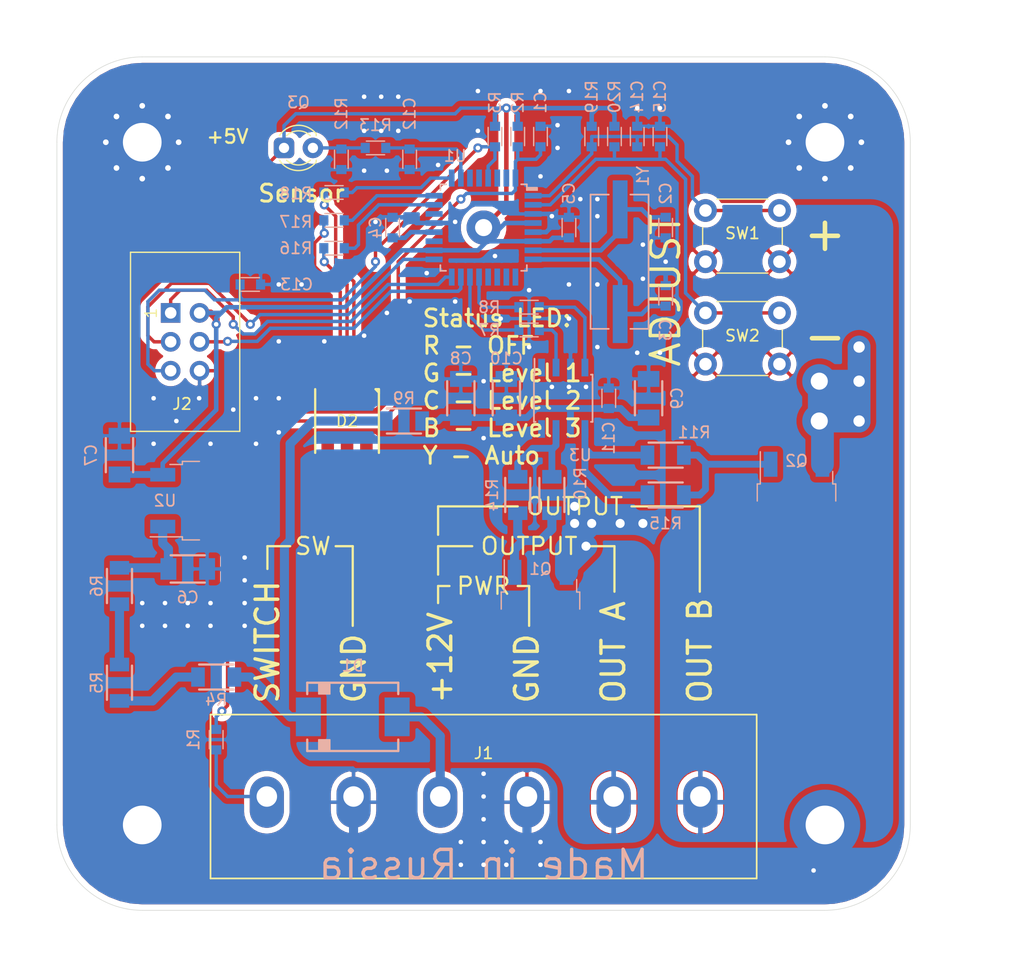
<source format=kicad_pcb>
(kicad_pcb (version 20171130) (host pcbnew "(5.1.0-rc1)")
  (layers (0 F.Cu signal) (31 B.Cu signal) (34 B.Paste user) (35 F.Paste user) (36 B.SilkS user) (37 F.SilkS user) (38 B.Mask user) (39 F.Mask user) (44 Edge.Cuts user))
  (net 0 "")
  (net 1 GNDD)
  (net 2 /SWITCH_CMOS)
  (net 3 +5V)
  (net 4 "Net-(C6-Pad1)")
  (net 5 "Net-(C10-Pad1)")
  (net 6 /OPTIC)
  (net 7 "Net-(D1-Pad2)")
  (net 8 +12V)
  (net 9 /OUT2)
  (net 10 /OUT1)
  (net 11 /SWITCH)
  (net 12 /MISO)
  (net 13 /SCK)
  (net 14 /MOSI)
  (net 15 /RST)
  (net 16 "Net-(Q1-Pad1)")
  (net 17 "Net-(Q2-Pad1)")
  (net 18 "Net-(Q3-Pad2)")
  (net 19 "Net-(R4-Pad1)")
  (net 20 "Net-(R5-Pad1)")
  (net 21 /PWM1)
  (net 22 "Net-(R7-Pad1)")
  (net 23 /PWM2)
  (net 24 "Net-(R8-Pad1)")
  (net 25 "Net-(R10-Pad2)")
  (net 26 "Net-(R11-Pad2)")
  (net 27 "Net-(U1-Pad28)")
  (net 28 "Net-(U1-Pad12)")
  (net 29 "Net-(U1-Pad27)")
  (net 30 "Net-(U1-Pad19)")
  (net 31 "Net-(U1-Pad11)")
  (net 32 "Net-(U1-Pad10)")
  (net 33 "Net-(U1-Pad30)")
  (net 34 "Net-(U1-Pad22)")
  (net 35 "Net-(U1-Pad31)")
  (net 36 "Net-(U1-Pad9)")
  (net 37 "Net-(U3-Pad1)")
  (net 38 "Net-(U3-Pad8)")
  (net 39 /XTAL1)
  (net 40 /XTAL2)
  (net 41 /AREF)
  (net 42 "Net-(D2-Pad4)")
  (net 43 "Net-(D2-Pad5)")
  (net 44 "Net-(D2-Pad6)")
  (net 45 /LED_1)
  (net 46 /LED_2)
  (net 47 /LED_3)
  (net 48 /BTN1)
  (net 49 /BTN2)
  (module NevaDA:R_0603 (layer B.Cu) (at 111.5 82 270)
    (fp_text reference R20 (at -3.5 0 270) (layer B.SilkS) (effects (justify mirror)))
    (fp_text value 10k hide)
    (pad 2 smd rect (at 0.9 0 270) (size 0.8 0.9) (layers B.Cu B.Paste B.Mask) (net 49 /BTN2))
    (pad 1 smd rect (at -0.9 0 270) (size 0.8 0.9) (layers B.Cu B.Paste B.Mask) (net 3 +5V))
  )
  (module NevaDA:R_0603 (layer B.Cu) (at 109.5 82 270)
    (fp_text reference R19 (at -3.5 0 270) (layer B.SilkS) (effects (justify mirror)))
    (fp_text value 10k hide)
    (pad 2 smd rect (at 0.9 0 270) (size 0.8 0.9) (layers B.Cu B.Paste B.Mask) (net 48 /BTN1))
    (pad 1 smd rect (at -0.9 0 270) (size 0.8 0.9) (layers B.Cu B.Paste B.Mask) (net 3 +5V))
  )
  (module NevaDA:C_0603 (layer B.Cu) (at 115.5 82 90)
    (fp_text reference C15 (at 3.5 0 90) (layer B.SilkS) (effects (justify mirror)))
    (fp_text value 220n hide)
    (pad 2 smd rect (at 0.9 0 90) (size 0.8 0.9) (layers B.Cu B.Paste B.Mask) (net 1 GNDD))
    (pad 1 smd rect (at -0.9 0 90) (size 0.8 0.9) (layers B.Cu B.Paste B.Mask) (net 49 /BTN2))
  )
  (module NevaDA:C_0603 (layer B.Cu) (at 113.5 82 90)
    (fp_text reference C14 (at 3.5 0 90) (layer B.SilkS) (effects (justify mirror)))
    (fp_text value 220n hide)
    (pad 2 smd rect (at 0.9 0 90) (size 0.8 0.9) (layers B.Cu B.Paste B.Mask) (net 1 GNDD))
    (pad 1 smd rect (at -0.9 0 90) (size 0.8 0.9) (layers B.Cu B.Paste B.Mask) (net 48 /BTN1))
  )
  (module NevaDA:C_0603 (layer B.Cu) (at 79.5 95)
    (fp_text reference C13 (at 4.064 0) (layer B.SilkS) (effects (justify mirror)))
    (fp_text value 220n hide)
    (pad 2 smd rect (at 0.9 0) (size 0.8 0.9) (layers B.Cu B.Paste B.Mask) (net 1 GNDD))
    (pad 1 smd rect (at -0.9 0) (size 0.8 0.9) (layers B.Cu B.Paste B.Mask) (net 15 /RST))
  )
  (module NevaDA:1Pin (layer F.Cu) (at 77.5 85)
    (fp_text reference TP5 hide)
    (fp_text value TestPoint)
    (pad 1 smd circle (at 0 0) (size 2 2) (layers F.Cu F.Mask) (net 3 +5V))
  )
  (module NevaDA:Screw_M3_6mm (layer F.Cu) (at 130 142.5)
    (fp_text reference TP3 hide)
    (fp_text value TestPoint hide)
    (pad 1 thru_hole circle (at 0 0) (size 6.2 6.2) (drill 3.4) (layers *.Cu *.Mask) (net 1 GNDD))
  )
  (module NevaDA:Screw_M3_6mm (layer F.Cu) (at 70 142.5)
    (fp_text reference TP1 hide)
    (fp_text value TestPoint hide)
    (pad 1 thru_hole circle (at 0 0) (size 6.2 6.2) (drill 3.4) (layers *.Cu *.Mask) (net 1 GNDD))
  )
  (module NevaDA:SW_PUSH_6mm (layer F.Cu) (at 119.5 97.5)
    (fp_text reference SW2 (at 3.25 2) (layer F.SilkS))
    (fp_text value SW)
    (pad 2 thru_hole circle (at 0 4.5 90) (size 2 2) (drill 1.1) (layers *.Cu *.Mask) (net 1 GNDD))
    (pad 1 thru_hole circle (at 0 0 90) (size 2 2) (drill 1.1) (layers *.Cu *.Mask) (net 49 /BTN2))
    (pad 2 thru_hole circle (at 6.5 4.5 90) (size 2 2) (drill 1.1) (layers *.Cu *.Mask) (net 1 GNDD))
    (pad 1 thru_hole circle (at 6.5 0 90) (size 2 2) (drill 1.1) (layers *.Cu *.Mask) (net 49 /BTN2))
  )
  (module NevaDA:SW_PUSH_6mm (layer F.Cu) (at 119.5 88.5)
    (fp_text reference SW1 (at 3.25 2) (layer F.SilkS))
    (fp_text value SW)
    (pad 2 thru_hole circle (at 0 4.5 90) (size 2 2) (drill 1.1) (layers *.Cu *.Mask) (net 1 GNDD))
    (pad 1 thru_hole circle (at 0 0 90) (size 2 2) (drill 1.1) (layers *.Cu *.Mask) (net 48 /BTN1))
    (pad 2 thru_hole circle (at 6.5 4.5 90) (size 2 2) (drill 1.1) (layers *.Cu *.Mask) (net 1 GNDD))
    (pad 1 thru_hole circle (at 6.5 0 90) (size 2 2) (drill 1.1) (layers *.Cu *.Mask) (net 48 /BTN1))
  )
  (module NevaDA:R_0603 (layer B.Cu) (at 86.857506 86.914719)
    (fp_text reference R18 (at -3.357506 0.085281) (layer B.SilkS) (effects (justify mirror)))
    (fp_text value 1k hide)
    (pad 2 smd rect (at 0.9 0) (size 0.8 0.9) (layers B.Cu B.Paste B.Mask) (net 47 /LED_3))
    (pad 1 smd rect (at -0.9 0) (size 0.8 0.9) (layers B.Cu B.Paste B.Mask) (net 44 "Net-(D2-Pad6)"))
  )
  (module NevaDA:R_0603 (layer B.Cu) (at 86.857506 89.364719)
    (fp_text reference R17 (at -3.357506 0.135281) (layer B.SilkS) (effects (justify mirror)))
    (fp_text value 1k hide)
    (pad 2 smd rect (at 0.9 0) (size 0.8 0.9) (layers B.Cu B.Paste B.Mask) (net 46 /LED_2))
    (pad 1 smd rect (at -0.9 0) (size 0.8 0.9) (layers B.Cu B.Paste B.Mask) (net 42 "Net-(D2-Pad4)"))
  )
  (module NevaDA:R_0603 (layer B.Cu) (at 86.857506 91.814719)
    (fp_text reference R16 (at -3.357506 0) (layer B.SilkS) (effects (justify mirror)))
    (fp_text value 1k hide)
    (pad 2 smd rect (at 0.9 0) (size 0.8 0.9) (layers B.Cu B.Paste B.Mask) (net 45 /LED_1))
    (pad 1 smd rect (at -0.9 0) (size 0.8 0.9) (layers B.Cu B.Paste B.Mask) (net 43 "Net-(D2-Pad5)"))
  )
  (module NevaDA:LED_RGB_5050-6 (layer F.Cu) (at 88 107 270)
    (fp_text reference D2 (at 0 0 180) (layer F.SilkS))
    (fp_text value TO-5050BC hide)
    (pad 1 smd rect (at 2.75 -1.7) (size 1.1 2.3) (layers F.Cu F.Paste F.Mask) (net 1 GNDD))
    (pad 2 smd rect (at 2.75 0) (size 1.1 2.3) (layers F.Cu F.Paste F.Mask) (net 1 GNDD))
    (pad 3 smd rect (at 2.75 1.7) (size 1.1 2.3) (layers F.Cu F.Paste F.Mask) (net 1 GNDD))
    (pad 4 smd rect (at -2.75 1.7) (size 1.1 2.3) (layers F.Cu F.Paste F.Mask) (net 42 "Net-(D2-Pad4)"))
    (pad 5 smd rect (at -2.75 0) (size 1.1 2.3) (layers F.Cu F.Paste F.Mask) (net 43 "Net-(D2-Pad5)"))
    (pad 6 smd rect (at -2.75 -1.7) (size 1.1 2.3) (layers F.Cu F.Paste F.Mask) (net 44 "Net-(D2-Pad6)"))
  )
  (module NevaDA:R_1206 (layer B.Cu) (at 116 113.5 180)
    (fp_text reference R15 (at 0 -2.5 180) (layer B.SilkS) (effects (justify mirror)))
    (fp_text value 22 hide)
    (pad 2 smd rect (at 1.6 0 180) (size 1.2 1.7) (layers B.Cu B.Paste B.Mask) (net 26 "Net-(R11-Pad2)"))
    (pad 1 smd rect (at -1.6 0 180) (size 1.2 1.7) (layers B.Cu B.Paste B.Mask) (net 17 "Net-(Q2-Pad1)"))
  )
  (module NevaDA:R_1206 (layer B.Cu) (at 103 113.5 90)
    (fp_text reference R14 (at 0 -2.25 90) (layer B.SilkS) (effects (justify mirror)))
    (fp_text value 22 hide)
    (pad 2 smd rect (at 1.6 0 90) (size 1.2 1.7) (layers B.Cu B.Paste B.Mask) (net 25 "Net-(R10-Pad2)"))
    (pad 1 smd rect (at -1.6 0 90) (size 1.2 1.7) (layers B.Cu B.Paste B.Mask) (net 16 "Net-(Q1-Pad1)"))
  )
  (module NevaDA:Screw_M3_9mm (layer F.Cu) (at 70 82.5)
    (fp_text reference TP4 hide)
    (fp_text value TestPoint hide)
    (pad 1 thru_hole oval (at -2.262742 -2.262742 315) (size 1 1) (drill 0.5) (layers *.Cu *.Mask) (net 1 GNDD))
    (pad 1 thru_hole oval (at 0 -3.2 270) (size 1 1) (drill 0.5) (layers *.Cu *.Mask) (net 1 GNDD))
    (pad 1 thru_hole oval (at 2.262742 -2.262742 225) (size 1 1) (drill 0.5) (layers *.Cu *.Mask) (net 1 GNDD))
    (pad 1 thru_hole oval (at 3.2 0 180) (size 1 1) (drill 0.5) (layers *.Cu *.Mask) (net 1 GNDD))
    (pad 1 thru_hole oval (at 2.262742 2.262742 135) (size 1 1) (drill 0.5) (layers *.Cu *.Mask) (net 1 GNDD))
    (pad 1 thru_hole oval (at 0 3.2 90) (size 1 1) (drill 0.5) (layers *.Cu *.Mask) (net 1 GNDD))
    (pad 1 thru_hole oval (at -2.262742 2.262742 45) (size 1 1) (drill 0.5) (layers *.Cu *.Mask) (net 1 GNDD))
    (pad 1 thru_hole oval (at -3.2 0) (size 1 1) (drill 0.5) (layers *.Cu *.Mask) (net 1 GNDD))
    (pad 1 thru_hole oval (at 0 0) (size 9 9) (drill 3.4) (layers *.Cu *.Mask) (net 1 GNDD))
  )
  (module NevaDA:Crystal_HC-49SMD (layer B.Cu) (at 112 93 90)
    (fp_text reference Y1 (at 7.5 2 90) (layer B.SilkS) (effects (justify mirror)))
    (fp_text value "16 MHz")
    (pad 2 smd circle (at 0 0 45) (size 1 1) (layers B.Cu) (net 1 GNDD))
    (pad 3 smd rect (at 4.6 0 90) (size 5.1 1.3) (layers B.Cu B.Paste B.Mask) (net 39 /XTAL1))
    (pad 1 smd rect (at -4.6 0 90) (size 5.1 1.3) (layers B.Cu B.Paste B.Mask) (net 40 /XTAL2))
  )
  (module NevaDA:Screw_M3_9mm (layer F.Cu) (at 130 82.5)
    (fp_text reference TP2 hide)
    (fp_text value TestPoint hide)
    (pad 1 thru_hole oval (at -2.262742 -2.262742 315) (size 1 1) (drill 0.5) (layers *.Cu *.Mask) (net 1 GNDD))
    (pad 1 thru_hole oval (at 0 -3.2 270) (size 1 1) (drill 0.5) (layers *.Cu *.Mask) (net 1 GNDD))
    (pad 1 thru_hole oval (at 2.262742 -2.262742 225) (size 1 1) (drill 0.5) (layers *.Cu *.Mask) (net 1 GNDD))
    (pad 1 thru_hole oval (at 3.2 0 180) (size 1 1) (drill 0.5) (layers *.Cu *.Mask) (net 1 GNDD))
    (pad 1 thru_hole oval (at 2.262742 2.262742 135) (size 1 1) (drill 0.5) (layers *.Cu *.Mask) (net 1 GNDD))
    (pad 1 thru_hole oval (at 0 3.2 90) (size 1 1) (drill 0.5) (layers *.Cu *.Mask) (net 1 GNDD))
    (pad 1 thru_hole oval (at -2.262742 2.262742 45) (size 1 1) (drill 0.5) (layers *.Cu *.Mask) (net 1 GNDD))
    (pad 1 thru_hole oval (at -3.2 0) (size 1 1) (drill 0.5) (layers *.Cu *.Mask) (net 1 GNDD))
    (pad 1 thru_hole oval (at 0 0) (size 9 9) (drill 3.4) (layers *.Cu *.Mask) (net 1 GNDD))
  )
  (module NevaDA:SOP-8 (layer B.Cu) (at 107 105 270)
    (fp_text reference U3 (at 5 -1.5) (layer B.SilkS) (effects (justify mirror)))
    (fp_text value IR25600)
    (pad 1 smd rect (at -2.7 1.905 270) (size 1.55 0.6) (layers B.Cu B.Paste B.Mask) (net 37 "Net-(U3-Pad1)"))
    (pad 2 smd rect (at -2.7 0.635 270) (size 1.55 0.6) (layers B.Cu B.Paste B.Mask) (net 22 "Net-(R7-Pad1)"))
    (pad 3 smd rect (at -2.7 -0.635 270) (size 1.55 0.6) (layers B.Cu B.Paste B.Mask) (net 1 GNDD))
    (pad 4 smd rect (at -2.7 -1.905 270) (size 1.55 0.6) (layers B.Cu B.Paste B.Mask) (net 24 "Net-(R8-Pad1)"))
    (pad 5 smd rect (at 2.7 -1.905 270) (size 1.55 0.6) (layers B.Cu B.Paste B.Mask) (net 26 "Net-(R11-Pad2)"))
    (pad 6 smd rect (at 2.7 -0.635 270) (size 1.55 0.6) (layers B.Cu B.Paste B.Mask) (net 5 "Net-(C10-Pad1)"))
    (pad 7 smd rect (at 2.7 0.635 270) (size 1.55 0.6) (layers B.Cu B.Paste B.Mask) (net 25 "Net-(R10-Pad2)"))
    (pad 8 smd rect (at 2.7 1.905 270) (size 1.55 0.6) (layers B.Cu B.Paste B.Mask) (net 38 "Net-(U3-Pad8)"))
  )
  (module NevaDA:D-PAK (layer B.Cu) (at 76 114)
    (fp_text reference U2 (at -4 0) (layer B.SilkS) (effects (justify mirror)))
    (fp_text value L7805CDT)
    (pad 2 smd rect (at 2.1 0) (size 6.4 5.8) (layers B.Cu B.Mask) (net 1 GNDD))
    (pad 3 smd rect (at -4.2 -2.28) (size 2.2 1.2) (layers B.Cu B.Paste B.Mask) (net 3 +5V))
    (pad 1 smd rect (at -4.2 2.28) (size 2.2 1.2) (layers B.Cu B.Paste B.Mask) (net 4 "Net-(C6-Pad1)"))
  )
  (module NevaDA:TQFP-32 (layer B.Cu) (at 100 90 180)
    (fp_text reference U1 (at 2.5 6.3 180) (layer B.SilkS) (effects (justify mirror)))
    (fp_text value ATmega8A-16AU)
    (pad 28 smd rect (at 0.4 4.35 270) (size 1.5 0.5) (layers B.Cu B.Paste B.Mask) (net 27 "Net-(U1-Pad28)"))
    (pad 20 smd rect (at 4.35 -0.4) (size 1.5 0.5) (layers B.Cu B.Paste B.Mask) (net 41 /AREF))
    (pad 12 smd rect (at -0.4 -4.35 90) (size 1.5 0.5) (layers B.Cu B.Paste B.Mask) (net 28 "Net-(U1-Pad12)"))
    (pad 32 smd rect (at -2.8 4.35 270) (size 1.5 0.5) (layers B.Cu B.Paste B.Mask) (net 2 /SWITCH_CMOS))
    (pad 24 smd rect (at 4.35 2.8) (size 1.5 0.5) (layers B.Cu B.Paste B.Mask) (net 46 /LED_2))
    (pad 16 smd rect (at 2.8 -4.35 90) (size 1.5 0.5) (layers B.Cu B.Paste B.Mask) (net 12 /MISO))
    (pad 27 smd rect (at 1.2 4.35 270) (size 1.5 0.5) (layers B.Cu B.Paste B.Mask) (net 29 "Net-(U1-Pad27)"))
    (pad 19 smd rect (at 4.35 -1.2) (size 1.5 0.5) (layers B.Cu B.Paste B.Mask) (net 30 "Net-(U1-Pad19)"))
    (pad 11 smd rect (at -1.2 -4.35 90) (size 1.5 0.5) (layers B.Cu B.Paste B.Mask) (net 31 "Net-(U1-Pad11)"))
    (pad 29 smd rect (at -0.4 4.35 270) (size 1.5 0.5) (layers B.Cu B.Paste B.Mask) (net 15 /RST))
    (pad 21 smd rect (at 4.35 0.4) (size 1.5 0.5) (layers B.Cu B.Paste B.Mask) (net 1 GNDD))
    (pad 13 smd rect (at 0.4 -4.35 90) (size 1.5 0.5) (layers B.Cu B.Paste B.Mask) (net 23 /PWM2))
    (pad 26 smd rect (at 2 4.35 270) (size 1.5 0.5) (layers B.Cu B.Paste B.Mask) (net 6 /OPTIC))
    (pad 18 smd rect (at 4.35 -2) (size 1.5 0.5) (layers B.Cu B.Paste B.Mask) (net 3 +5V))
    (pad 10 smd rect (at -2 -4.35 90) (size 1.5 0.5) (layers B.Cu B.Paste B.Mask) (net 32 "Net-(U1-Pad10)"))
    (pad 30 smd rect (at -1.2 4.35 270) (size 1.5 0.5) (layers B.Cu B.Paste B.Mask) (net 33 "Net-(U1-Pad30)"))
    (pad 22 smd rect (at 4.35 1.2) (size 1.5 0.5) (layers B.Cu B.Paste B.Mask) (net 34 "Net-(U1-Pad22)"))
    (pad 14 smd rect (at 1.2 -4.35 90) (size 1.5 0.5) (layers B.Cu B.Paste B.Mask) (net 21 /PWM1))
    (pad 31 smd rect (at -2 4.35 270) (size 1.5 0.5) (layers B.Cu B.Paste B.Mask) (net 35 "Net-(U1-Pad31)"))
    (pad 23 smd rect (at 4.35 2) (size 1.5 0.5) (layers B.Cu B.Paste B.Mask) (net 45 /LED_1))
    (pad 15 smd rect (at 2 -4.35 90) (size 1.5 0.5) (layers B.Cu B.Paste B.Mask) (net 14 /MOSI))
    (pad 25 smd rect (at 2.8 4.35 270) (size 1.5 0.5) (layers B.Cu B.Paste B.Mask) (net 47 /LED_3))
    (pad 17 smd rect (at 4.35 -2.8) (size 1.5 0.5) (layers B.Cu B.Paste B.Mask) (net 13 /SCK))
    (pad 9 smd rect (at -2.8 -4.35 90) (size 1.5 0.5) (layers B.Cu B.Paste B.Mask) (net 36 "Net-(U1-Pad9)"))
    (pad 8 smd rect (at -4.35 -2.8 180) (size 1.5 0.5) (layers B.Cu B.Paste B.Mask) (net 40 /XTAL2))
    (pad 7 smd rect (at -4.35 -2 180) (size 1.5 0.5) (layers B.Cu B.Paste B.Mask) (net 39 /XTAL1))
    (pad 6 smd rect (at -4.35 -1.2 180) (size 1.5 0.5) (layers B.Cu B.Paste B.Mask) (net 3 +5V))
    (pad 5 smd rect (at -4.35 -0.4 180) (size 1.5 0.5) (layers B.Cu B.Paste B.Mask) (net 1 GNDD))
    (pad 4 smd rect (at -4.35 0.4 180) (size 1.5 0.5) (layers B.Cu B.Paste B.Mask) (net 3 +5V))
    (pad 3 smd rect (at -4.35 1.2 180) (size 1.5 0.5) (layers B.Cu B.Paste B.Mask) (net 1 GNDD))
    (pad 2 smd rect (at -4.35 2 180) (size 1.5 0.5) (layers B.Cu B.Paste B.Mask) (net 49 /BTN2))
    (pad 1 smd rect (at -4.35 2.8 180) (size 1.5 0.5) (layers B.Cu B.Paste B.Mask) (net 48 /BTN1))
  )
  (module NevaDA:R_0603 (layer B.Cu) (at 90.5 83 180)
    (fp_text reference R13 (at 0 2 180) (layer B.SilkS) (effects (justify mirror)))
    (fp_text value 10k hide)
    (pad 2 smd rect (at 0.9 0 180) (size 0.8 0.9) (layers B.Cu B.Paste B.Mask) (net 18 "Net-(Q3-Pad2)"))
    (pad 1 smd rect (at -0.9 0 180) (size 0.8 0.9) (layers B.Cu B.Paste B.Mask) (net 6 /OPTIC))
  )
  (module NevaDA:R_0603 (layer B.Cu) (at 87.5 84 270)
    (fp_text reference R12 (at -4 0 270) (layer B.SilkS) (effects (justify mirror)))
    (fp_text value 10k hide)
    (pad 2 smd rect (at 0.9 0 270) (size 0.8 0.9) (layers B.Cu B.Paste B.Mask) (net 1 GNDD))
    (pad 1 smd rect (at -0.9 0 270) (size 0.8 0.9) (layers B.Cu B.Paste B.Mask) (net 18 "Net-(Q3-Pad2)"))
  )
  (module NevaDA:R_1206 (layer B.Cu) (at 116 110 180)
    (fp_text reference R11 (at -2.5 2 180) (layer B.SilkS) (effects (justify mirror)))
    (fp_text value 22 hide)
    (pad 2 smd rect (at 1.6 0 180) (size 1.2 1.7) (layers B.Cu B.Paste B.Mask) (net 26 "Net-(R11-Pad2)"))
    (pad 1 smd rect (at -1.6 0 180) (size 1.2 1.7) (layers B.Cu B.Paste B.Mask) (net 17 "Net-(Q2-Pad1)"))
  )
  (module NevaDA:R_1206 (layer B.Cu) (at 106 113.5 90)
    (fp_text reference R10 (at 1 2.5 90) (layer B.SilkS) (effects (justify mirror)))
    (fp_text value 22 hide)
    (pad 2 smd rect (at 1.6 0 90) (size 1.2 1.7) (layers B.Cu B.Paste B.Mask) (net 25 "Net-(R10-Pad2)"))
    (pad 1 smd rect (at -1.6 0 90) (size 1.2 1.7) (layers B.Cu B.Paste B.Mask) (net 16 "Net-(Q1-Pad1)"))
  )
  (module NevaDA:R_1206 (layer B.Cu) (at 93 107)
    (fp_text reference R9 (at 0 -2) (layer B.SilkS) (effects (justify mirror)))
    (fp_text value 22 hide)
    (pad 2 smd rect (at 1.6 0) (size 1.2 1.7) (layers B.Cu B.Paste B.Mask) (net 5 "Net-(C10-Pad1)"))
    (pad 1 smd rect (at -1.6 0) (size 1.2 1.7) (layers B.Cu B.Paste B.Mask) (net 8 +12V))
  )
  (module NevaDA:R_0603 (layer B.Cu) (at 104 97 180)
    (fp_text reference R8 (at 3.5 0 180) (layer B.SilkS) (effects (justify mirror)))
    (fp_text value 1k hide)
    (pad 2 smd rect (at 0.9 0 180) (size 0.8 0.9) (layers B.Cu B.Paste B.Mask) (net 23 /PWM2))
    (pad 1 smd rect (at -0.9 0 180) (size 0.8 0.9) (layers B.Cu B.Paste B.Mask) (net 24 "Net-(R8-Pad1)"))
  )
  (module NevaDA:R_0603 (layer B.Cu) (at 104 99 180)
    (fp_text reference R7 (at 3.5 0 180) (layer B.SilkS) (effects (justify mirror)))
    (fp_text value 1k hide)
    (pad 2 smd rect (at 0.9 0 180) (size 0.8 0.9) (layers B.Cu B.Paste B.Mask) (net 21 /PWM1))
    (pad 1 smd rect (at -0.9 0 180) (size 0.8 0.9) (layers B.Cu B.Paste B.Mask) (net 22 "Net-(R7-Pad1)"))
  )
  (module NevaDA:R_1206 (layer B.Cu) (at 68 121.5 270)
    (fp_text reference R6 (at 0 2 270) (layer B.SilkS) (effects (justify mirror)))
    (fp_text value 22 hide)
    (pad 2 smd rect (at 1.6 0 270) (size 1.2 1.7) (layers B.Cu B.Paste B.Mask) (net 20 "Net-(R5-Pad1)"))
    (pad 1 smd rect (at -1.6 0 270) (size 1.2 1.7) (layers B.Cu B.Paste B.Mask) (net 4 "Net-(C6-Pad1)"))
  )
  (module NevaDA:R_1206 (layer B.Cu) (at 68 130 270)
    (fp_text reference R5 (at 0 2 270) (layer B.SilkS) (effects (justify mirror)))
    (fp_text value 22 hide)
    (pad 2 smd rect (at 1.6 0 270) (size 1.2 1.7) (layers B.Cu B.Paste B.Mask) (net 19 "Net-(R4-Pad1)"))
    (pad 1 smd rect (at -1.6 0 270) (size 1.2 1.7) (layers B.Cu B.Paste B.Mask) (net 20 "Net-(R5-Pad1)"))
  )
  (module NevaDA:R_1206 (layer B.Cu) (at 76.5 129.5)
    (fp_text reference R4 (at 0 2) (layer B.SilkS) (effects (justify mirror)))
    (fp_text value 22 hide)
    (pad 2 smd rect (at 1.6 0) (size 1.2 1.7) (layers B.Cu B.Paste B.Mask) (net 8 +12V))
    (pad 1 smd rect (at -1.6 0) (size 1.2 1.7) (layers B.Cu B.Paste B.Mask) (net 19 "Net-(R4-Pad1)"))
  )
  (module NevaDA:R_0603 (layer B.Cu) (at 101 82 270)
    (fp_text reference R3 (at -3 0 270) (layer B.SilkS) (effects (justify mirror)))
    (fp_text value 10k hide)
    (pad 2 smd rect (at 0.9 0 270) (size 0.8 0.9) (layers B.Cu B.Paste B.Mask) (net 15 /RST))
    (pad 1 smd rect (at -0.9 0 270) (size 0.8 0.9) (layers B.Cu B.Paste B.Mask) (net 3 +5V))
  )
  (module NevaDA:R_0603 (layer B.Cu) (at 103 82 270)
    (fp_text reference R2 (at -3 0 270) (layer B.SilkS) (effects (justify mirror)))
    (fp_text value 10k hide)
    (pad 2 smd rect (at 0.9 0 270) (size 0.8 0.9) (layers B.Cu B.Paste B.Mask) (net 2 /SWITCH_CMOS))
    (pad 1 smd rect (at -0.9 0 270) (size 0.8 0.9) (layers B.Cu B.Paste B.Mask) (net 3 +5V))
  )
  (module NevaDA:R_0603 (layer B.Cu) (at 76.5 135 270)
    (fp_text reference R1 (at 0 2 270) (layer B.SilkS) (effects (justify mirror)))
    (fp_text value 1k hide)
    (pad 2 smd rect (at 0.9 0 270) (size 0.8 0.9) (layers B.Cu B.Paste B.Mask) (net 11 /SWITCH))
    (pad 1 smd rect (at -0.9 0 270) (size 0.8 0.9) (layers B.Cu B.Paste B.Mask) (net 2 /SWITCH_CMOS))
  )
  (module NevaDA:LED_3.0mm_pin1-anode (layer F.Cu) (at 85 83 180)
    (fp_text reference Q3 (at 1.27 4 180) (layer B.SilkS) (effects (justify mirror)))
    (fp_text value L-7113P3C)
    (pad 1 thru_hole roundrect (at 2.54 0 180) (size 1.8 1.8) (drill 0.9) (layers *.Cu *.Mask) (net 3 +5V))
    (pad 2 thru_hole circle (at 0 0 180) (size 1.8 1.8) (drill 0.9) (layers *.Cu *.Mask) (net 18 "Net-(Q3-Pad2)"))
  )
  (module NevaDA:D-PAK (layer B.Cu) (at 127.5 115 270)
    (fp_text reference Q2 (at -4.5 0) (layer B.SilkS) (effects (justify mirror)))
    (fp_text value IRLR3410)
    (pad 2 smd rect (at 2.1 0 270) (size 6.4 5.8) (layers B.Cu B.Mask) (net 9 /OUT2))
    (pad 3 smd rect (at -4.2 -2.28 270) (size 2.2 1.2) (layers B.Cu B.Paste B.Mask) (net 1 GNDD))
    (pad 1 smd rect (at -4.2 2.28 270) (size 2.2 1.2) (layers B.Cu B.Paste B.Mask) (net 17 "Net-(Q2-Pad1)"))
  )
  (module NevaDA:D-PAK (layer B.Cu) (at 105 124.5 270)
    (fp_text reference Q1 (at -4.5 0) (layer B.SilkS) (effects (justify mirror)))
    (fp_text value IRLR3410)
    (pad 2 smd rect (at 2.1 0 270) (size 6.4 5.8) (layers B.Cu B.Mask) (net 10 /OUT1))
    (pad 3 smd rect (at -4.2 -2.28 270) (size 2.2 1.2) (layers B.Cu B.Paste B.Mask) (net 1 GNDD))
    (pad 1 smd rect (at -4.2 2.28 270) (size 2.2 1.2) (layers B.Cu B.Paste B.Mask) (net 16 "Net-(Q1-Pad1)"))
  )
  (module NevaDA:IDC_Header_Straight_6pins (layer F.Cu) (at 72.5 97.5 270)
    (fp_text reference J2 (at 8 -1) (layer F.SilkS))
    (fp_text value IDC-06)
    (fp_text user 1 (at 0.02 1.72 270) (layer F.SilkS) (effects (font (thickness 0.12))))
    (pad 1 thru_hole rect (at 0 0 270) (size 1.7272 1.7272) (drill 1.016) (layers *.Cu *.Mask) (net 12 /MISO))
    (pad 2 thru_hole oval (at 0 -2.54 270) (size 1.7272 1.7272) (drill 1.016) (layers *.Cu *.Mask) (net 3 +5V))
    (pad 3 thru_hole oval (at 2.54 0 270) (size 1.7272 1.7272) (drill 1.016) (layers *.Cu *.Mask) (net 13 /SCK))
    (pad 4 thru_hole oval (at 2.54 -2.54 270) (size 1.7272 1.7272) (drill 1.016) (layers *.Cu *.Mask) (net 14 /MOSI))
    (pad 5 thru_hole oval (at 5.08 0 270) (size 1.7272 1.7272) (drill 1.016) (layers *.Cu *.Mask) (net 15 /RST))
    (pad 6 thru_hole oval (at 5.08 -2.54 270) (size 1.7272 1.7272) (drill 1.016) (layers *.Cu *.Mask) (net 1 GNDD))
  )
  (module NevaDA:Terminal_X977B06 (layer F.Cu) (at 100 140)
    (fp_text reference J1 (at 0 -3.81) (layer F.SilkS))
    (fp_text value X977B06)
    (pad 6 thru_hole oval (at 19.05 0) (size 3 4.5) (drill 1.8 (offset 0 0.5)) (layers *.Cu *.Mask) (net 9 /OUT2))
    (pad 5 thru_hole oval (at 11.43 0) (size 3 4.5) (drill 1.8 (offset 0 0.5)) (layers *.Cu *.Mask) (net 10 /OUT1))
    (pad 4 thru_hole oval (at 3.81 0) (size 3 4.5) (drill 1.8 (offset 0 0.5)) (layers *.Cu *.Mask) (net 1 GNDD))
    (pad 3 thru_hole oval (at -3.81 0) (size 3 4.5) (drill 1.8 (offset 0 0.5)) (layers *.Cu *.Mask) (net 7 "Net-(D1-Pad2)"))
    (pad 2 thru_hole oval (at -11.43 0) (size 3 4.5) (drill 1.8 (offset 0 0.5)) (layers *.Cu *.Mask) (net 1 GNDD))
    (pad 1 thru_hole oval (at -19.05 0) (size 3 4.5) (drill 1.8 (offset 0 0.5)) (layers *.Cu *.Mask) (net 11 /SWITCH))
  )
  (module NevaDA:DO-214AB_SMC (layer B.Cu) (at 88.5 133)
    (fp_text reference D1 (at 0 -4.5) (layer B.SilkS) (effects (justify mirror)))
    (fp_text value S3M)
    (pad 2 smd rect (at 3.9 0) (size 2.2 3.4) (layers B.Cu B.Paste B.Mask) (net 7 "Net-(D1-Pad2)"))
    (pad 1 smd rect (at -3.9 0) (size 2.2 3.4) (layers B.Cu B.Paste B.Mask) (net 8 +12V))
  )
  (module NevaDA:C_0603 (layer B.Cu) (at 93.5 84 270)
    (fp_text reference C12 (at -4 0 270) (layer B.SilkS) (effects (justify mirror)))
    (fp_text value 220n hide)
    (pad 2 smd rect (at 0.9 0 270) (size 0.8 0.9) (layers B.Cu B.Paste B.Mask) (net 1 GNDD))
    (pad 1 smd rect (at -0.9 0 270) (size 0.8 0.9) (layers B.Cu B.Paste B.Mask) (net 6 /OPTIC))
  )
  (module NevaDA:C_0603 (layer B.Cu) (at 111 105 90)
    (fp_text reference C11 (at -3.5 0 90) (layer B.SilkS) (effects (justify mirror)))
    (fp_text value 220n hide)
    (pad 2 smd rect (at 0.9 0 90) (size 0.8 0.9) (layers B.Cu B.Paste B.Mask) (net 1 GNDD))
    (pad 1 smd rect (at -0.9 0 90) (size 0.8 0.9) (layers B.Cu B.Paste B.Mask) (net 5 "Net-(C10-Pad1)"))
  )
  (module NevaDA:C_1206 (layer B.Cu) (at 102 105 90)
    (fp_text reference C10 (at 3.5 0 180) (layer B.SilkS) (effects (justify mirror)))
    (fp_text value 10u hide)
    (pad 2 smd rect (at 1.7 0 90) (size 1.4 1.9) (layers B.Cu B.Paste B.Mask) (net 1 GNDD))
    (pad 1 smd rect (at -1.7 0 90) (size 1.4 1.9) (layers B.Cu B.Paste B.Mask) (net 5 "Net-(C10-Pad1)"))
  )
  (module NevaDA:C_1206 (layer B.Cu) (at 114.5 105 90)
    (fp_text reference C9 (at 0 2.5 90) (layer B.SilkS) (effects (justify mirror)))
    (fp_text value 10u hide)
    (pad 2 smd rect (at 1.7 0 90) (size 1.4 1.9) (layers B.Cu B.Paste B.Mask) (net 1 GNDD))
    (pad 1 smd rect (at -1.7 0 90) (size 1.4 1.9) (layers B.Cu B.Paste B.Mask) (net 5 "Net-(C10-Pad1)"))
  )
  (module NevaDA:C_1206 (layer B.Cu) (at 98 105 90)
    (fp_text reference C8 (at 3.5 0 180) (layer B.SilkS) (effects (justify mirror)))
    (fp_text value 10u hide)
    (pad 2 smd rect (at 1.7 0 90) (size 1.4 1.9) (layers B.Cu B.Paste B.Mask) (net 1 GNDD))
    (pad 1 smd rect (at -1.7 0 90) (size 1.4 1.9) (layers B.Cu B.Paste B.Mask) (net 5 "Net-(C10-Pad1)"))
  )
  (module NevaDA:C_1206 (layer B.Cu) (at 68 110 90)
    (fp_text reference C7 (at 0 -2.5 90) (layer B.SilkS) (effects (justify mirror)))
    (fp_text value 10u hide)
    (pad 2 smd rect (at 1.7 0 90) (size 1.4 1.9) (layers B.Cu B.Paste B.Mask) (net 1 GNDD))
    (pad 1 smd rect (at -1.7 0 90) (size 1.4 1.9) (layers B.Cu B.Paste B.Mask) (net 3 +5V))
  )
  (module NevaDA:C_1206 (layer B.Cu) (at 74 120)
    (fp_text reference C6 (at 0 2.5) (layer B.SilkS) (effects (justify mirror)))
    (fp_text value 10u hide)
    (pad 2 smd rect (at 1.7 0) (size 1.4 1.9) (layers B.Cu B.Paste B.Mask) (net 1 GNDD))
    (pad 1 smd rect (at -1.7 0) (size 1.4 1.9) (layers B.Cu B.Paste B.Mask) (net 4 "Net-(C6-Pad1)"))
  )
  (module NevaDA:C_0603 (layer B.Cu) (at 107.5 90 90)
    (fp_text reference C5 (at 3 0 90) (layer B.SilkS) (effects (justify mirror)))
    (fp_text value 220n hide)
    (pad 2 smd rect (at 0.9 0 90) (size 0.8 0.9) (layers B.Cu B.Paste B.Mask) (net 1 GNDD))
    (pad 1 smd rect (at -0.9 0 90) (size 0.8 0.9) (layers B.Cu B.Paste B.Mask) (net 3 +5V))
  )
  (module NevaDA:C_0603 (layer B.Cu) (at 92 90 90)
    (fp_text reference C4 (at 0 -1.5 90) (layer B.SilkS) (effects (justify mirror)))
    (fp_text value 220n hide)
    (pad 2 smd rect (at 0.9 0 90) (size 0.8 0.9) (layers B.Cu B.Paste B.Mask) (net 1 GNDD))
    (pad 1 smd rect (at -0.9 0 90) (size 0.8 0.9) (layers B.Cu B.Paste B.Mask) (net 41 /AREF))
  )
  (module NevaDA:C_0603 (layer B.Cu) (at 116 96 90)
    (fp_text reference C3 (at -3 0 90) (layer B.SilkS) (effects (justify mirror)))
    (fp_text value 22p hide)
    (pad 2 smd rect (at 0.9 0 90) (size 0.8 0.9) (layers B.Cu B.Paste B.Mask) (net 1 GNDD))
    (pad 1 smd rect (at -0.9 0 90) (size 0.8 0.9) (layers B.Cu B.Paste B.Mask) (net 40 /XTAL2))
  )
  (module NevaDA:C_0603 (layer B.Cu) (at 116 90 270)
    (fp_text reference C2 (at -3 0 270) (layer B.SilkS) (effects (justify mirror)))
    (fp_text value 22p hide)
    (pad 2 smd rect (at 0.9 0 270) (size 0.8 0.9) (layers B.Cu B.Paste B.Mask) (net 1 GNDD))
    (pad 1 smd rect (at -0.9 0 270) (size 0.8 0.9) (layers B.Cu B.Paste B.Mask) (net 39 /XTAL1))
  )
  (module NevaDA:C_0603 (layer B.Cu) (at 105 82 90)
    (fp_text reference C1 (at 3 0 90) (layer B.SilkS) (effects (justify mirror)))
    (fp_text value 220n hide)
    (pad 2 smd rect (at 0.9 0 90) (size 0.8 0.9) (layers B.Cu B.Paste B.Mask) (net 1 GNDD))
    (pad 1 smd rect (at -0.9 0 90) (size 0.8 0.9) (layers B.Cu B.Paste B.Mask) (net 2 /SWITCH_CMOS))
  )
  (gr_text ADJUST (at 116 95.5 90) (layer F.SilkS) (effects (font (size 2.5 2.5) (thickness 0.3))))
  (gr_text "Made in Russia" (at 100 146) (layer B.SilkS) (effects (font (size 2.5 2.5) (thickness 0.3)) (justify mirror)))
  (gr_text Sensor (at 84 87) (layer F.SilkS) (effects (font (size 1.5 1.5) (thickness 0.25))))
  (gr_text "Status LED:\nR - OFF\nG - Level 1\nC - Level 2\nB - Level 3\nY - Auto" (at 94.5 104) (layer F.SilkS) (effects (font (size 1.5 1.5) (thickness 0.25)) (justify left)))
  (gr_text +5V (at 77.5 82) (layer F.SilkS) (effects (font (size 1.2 1.2) (thickness 0.2))))
  (gr_line (start 62.5 142.5) (end 62.5 82.5) (layer Edge.Cuts) (width 0.05))
  (gr_line (start 130 150) (end 70 150) (layer Edge.Cuts) (width 0.05))
  (gr_line (start 137.5 82.5) (end 137.5 142.5) (layer Edge.Cuts) (width 0.05))
  (gr_line (start 70 75) (end 130 75) (layer Edge.Cuts) (width 0.05))
  (gr_arc (start 70 142.5) (end 62.5 142.5) (angle -90) (layer Edge.Cuts) (width 0.05))
  (gr_arc (start 130 142.5) (end 130 150) (angle -90) (layer Edge.Cuts) (width 0.05))
  (gr_arc (start 130 82.5) (end 137.5 82.5) (angle -90) (layer Edge.Cuts) (width 0.05))
  (gr_arc (start 70 82.5) (end 70 75) (angle -90) (layer Edge.Cuts) (width 0.05))
  (gr_text - (at 130 99.5) (layer F.SilkS) (effects (font (size 3 3) (thickness 0.4))))
  (gr_text + (at 130 90.5) (layer F.SilkS) (effects (font (size 3 3) (thickness 0.4))))
  (gr_line (start 88.5 118) (end 88.5 125) (layer F.SilkS) (width 0.2))
  (gr_line (start 87 118) (end 88.5 118) (layer F.SilkS) (width 0.2))
  (gr_line (start 81 118) (end 83 118) (layer F.SilkS) (width 0.2))
  (gr_line (start 81 120) (end 81 118) (layer F.SilkS) (width 0.2))
  (gr_text SW (at 85 118) (layer F.SilkS) (effects (font (size 1.5 1.5) (thickness 0.2))))
  (gr_line (start 119 114.5) (end 119 122) (layer F.SilkS) (width 0.2))
  (gr_line (start 113 114.5) (end 119 114.5) (layer F.SilkS) (width 0.2))
  (gr_line (start 111.5 118) (end 111.5 122) (layer F.SilkS) (width 0.2))
  (gr_line (start 109 118) (end 111.5 118) (layer F.SilkS) (width 0.2))
  (gr_line (start 96 114.5) (end 103 114.5) (layer F.SilkS) (width 0.2))
  (gr_line (start 96 117) (end 96 114.5) (layer F.SilkS) (width 0.2))
  (gr_line (start 96 118) (end 99 118) (layer F.SilkS) (width 0.2))
  (gr_line (start 96 120.5) (end 96 118) (layer F.SilkS) (width 0.2))
  (gr_text OUTPUT (at 108 114.5) (layer F.SilkS) (effects (font (size 1.5 1.5) (thickness 0.2))))
  (gr_text OUTPUT (at 104 118) (layer F.SilkS) (effects (font (size 1.5 1.5) (thickness 0.2))))
  (gr_text PWR (at 100 121.5) (layer F.SilkS) (effects (font (size 1.5 1.5) (thickness 0.2))))
  (gr_line (start 104 121.5) (end 103 121.5) (layer F.SilkS) (width 0.2))
  (gr_line (start 104 125) (end 104 121.5) (layer F.SilkS) (width 0.2))
  (gr_line (start 96 121.5) (end 97 121.5) (layer F.SilkS) (width 0.2))
  (gr_line (start 96 123) (end 96 121.5) (layer F.SilkS) (width 0.2))
  (gr_text "OUT B" (at 119 132 90) (layer F.SilkS) (effects (font (size 2 2) (thickness 0.3)) (justify left)))
  (gr_text "OUT A\n" (at 111.4 132 90) (layer F.SilkS) (effects (font (size 2 2) (thickness 0.3)) (justify left)))
  (gr_text "GND\n" (at 103.8 132 90) (layer F.SilkS) (effects (font (size 2 2) (thickness 0.3)) (justify left)))
  (gr_text +12V (at 96.2 132 90) (layer F.SilkS) (effects (font (size 2 2) (thickness 0.3)) (justify left)))
  (gr_text GND (at 88.6 132 90) (layer F.SilkS) (effects (font (size 2 2) (thickness 0.3)) (justify left)))
  (gr_text SWITCH (at 81 132 90) (layer F.SilkS) (effects (font (size 2 2) (thickness 0.3)) (justify left)))
  (segment (start 92 89.1) (end 93.6 89.1) (width 0.4) (layer B.Cu) (net 1))
  (segment (start 94.1 89.6) (end 95.65 89.6) (width 0.4) (layer B.Cu) (net 1))
  (segment (start 93.6 89.1) (end 94.1 89.6) (width 0.4) (layer B.Cu) (net 1))
  (segment (start 107.635 102.3) (end 107.635 98.135) (width 0.3) (layer B.Cu) (net 1))
  (segment (start 107.5 98) (end 104 98) (width 0.3) (layer B.Cu) (net 1))
  (via (at 104 100.5) (size 0.8) (drill 0.4) (layers F.Cu B.Cu) (net 1))
  (segment (start 104 98) (end 104 100.5) (width 0.3) (layer B.Cu) (net 1))
  (via (at 104 95.5) (size 0.8) (drill 0.4) (layers F.Cu B.Cu) (net 1))
  (segment (start 104 98) (end 104 95.5) (width 0.3) (layer B.Cu) (net 1))
  (via (at 101.5 98) (size 0.8) (drill 0.4) (layers F.Cu B.Cu) (net 1))
  (via (at 97.5 96.5) (size 0.8) (drill 0.4) (layers F.Cu B.Cu) (net 1))
  (segment (start 104 98) (end 101.5 98) (width 0.3) (layer B.Cu) (net 1))
  (via (at 107.5 98) (size 0.8) (drill 0.4) (layers F.Cu B.Cu) (net 1))
  (segment (start 107.635 98.135) (end 107.5 98) (width 0.3) (layer B.Cu) (net 1))
  (segment (start 104.35 88.8) (end 105.8 88.8) (width 0.4) (layer B.Cu) (net 1))
  (via (at 106 89) (size 0.8) (drill 0.4) (layers F.Cu B.Cu) (net 1))
  (segment (start 105.8 88.8) (end 106 89) (width 0.4) (layer B.Cu) (net 1))
  (via (at 116 93) (size 0.8) (drill 0.4) (layers F.Cu B.Cu) (net 1))
  (segment (start 116 90.9) (end 116 93) (width 0.4) (layer B.Cu) (net 1))
  (segment (start 116 95.1) (end 116 93) (width 0.4) (layer B.Cu) (net 1))
  (via (at 97.5 89.5) (size 0.8) (drill 0.4) (layers F.Cu B.Cu) (net 1))
  (segment (start 95.65 89.6) (end 97.4 89.6) (width 0.4) (layer B.Cu) (net 1))
  (segment (start 97.4 89.6) (end 97.5 89.5) (width 0.4) (layer B.Cu) (net 1))
  (via (at 101 92.5) (size 0.8) (drill 0.4) (layers F.Cu B.Cu) (net 1))
  (via (at 95 94) (size 0.8) (drill 0.4) (layers F.Cu B.Cu) (net 1))
  (segment (start 101 92.5) (end 96.5 92.5) (width 0.3) (layer F.Cu) (net 1))
  (segment (start 96.5 92.5) (end 95 94) (width 0.3) (layer F.Cu) (net 1))
  (segment (start 105.5 90.4) (end 106 89.9) (width 0.4) (layer B.Cu) (net 1))
  (segment (start 104.35 90.4) (end 105.5 90.4) (width 0.4) (layer B.Cu) (net 1))
  (segment (start 106 89.9) (end 106 89) (width 0.4) (layer B.Cu) (net 1))
  (segment (start 106.1 89.1) (end 106 89) (width 0.4) (layer B.Cu) (net 1))
  (segment (start 107.5 89.1) (end 106.1 89.1) (width 0.4) (layer B.Cu) (net 1))
  (segment (start 92 89.1) (end 90.9 89.1) (width 0.4) (layer B.Cu) (net 1))
  (via (at 90.5 89.5) (size 0.8) (drill 0.4) (layers F.Cu B.Cu) (net 1))
  (segment (start 90.9 89.1) (end 90.5 89.5) (width 0.4) (layer B.Cu) (net 1))
  (via (at 107.5 104) (size 0.8) (drill 0.4) (layers F.Cu B.Cu) (net 1))
  (segment (start 107.635 102.3) (end 107.635 103.865) (width 0.6) (layer B.Cu) (net 1))
  (segment (start 107.635 103.865) (end 107.5 104) (width 0.6) (layer B.Cu) (net 1))
  (via (at 109 104) (size 0.8) (drill 0.4) (layers F.Cu B.Cu) (net 1))
  (segment (start 107.5 104) (end 109 104) (width 0.6) (layer B.Cu) (net 1))
  (via (at 106 104) (size 0.8) (drill 0.4) (layers F.Cu B.Cu) (net 1))
  (segment (start 107.5 104) (end 106 104) (width 0.6) (layer B.Cu) (net 1))
  (via (at 106.5 81) (size 0.8) (drill 0.4) (layers F.Cu B.Cu) (net 1))
  (segment (start 105 81.1) (end 106.4 81.1) (width 0.3) (layer B.Cu) (net 1))
  (segment (start 106.4 81.1) (end 106.5 81) (width 0.3) (layer B.Cu) (net 1))
  (via (at 91 81.5) (size 0.8) (drill 0.4) (layers F.Cu B.Cu) (net 1))
  (via (at 92.5 81.5) (size 0.8) (drill 0.4) (layers F.Cu B.Cu) (net 1))
  (segment (start 91 81.5) (end 92.5 81.5) (width 0.4) (layer B.Cu) (net 1))
  (via (at 89.5 81.5) (size 0.8) (drill 0.4) (layers F.Cu B.Cu) (net 1))
  (segment (start 91 81.5) (end 89.5 81.5) (width 0.4) (layer F.Cu) (net 1))
  (via (at 91 78.5) (size 0.8) (drill 0.4) (layers F.Cu B.Cu) (net 1))
  (segment (start 91 81.5) (end 91 78.5) (width 0.4) (layer F.Cu) (net 1))
  (via (at 89.5 78.5) (size 0.8) (drill 0.4) (layers F.Cu B.Cu) (net 1))
  (segment (start 91 78.5) (end 89.5 78.5) (width 0.4) (layer B.Cu) (net 1))
  (via (at 92.5 78.5) (size 0.8) (drill 0.4) (layers F.Cu B.Cu) (net 1))
  (segment (start 91 78.5) (end 92.5 78.5) (width 0.4) (layer F.Cu) (net 1))
  (via (at 99.5 81.5) (size 0.8) (drill 0.4) (layers F.Cu B.Cu) (net 1))
  (segment (start 92.5 81.5) (end 99.5 81.5) (width 0.3) (layer B.Cu) (net 1))
  (via (at 99.5 78) (size 0.8) (drill 0.4) (layers F.Cu B.Cu) (net 1))
  (segment (start 99.5 81.5) (end 99.5 78) (width 0.3) (layer F.Cu) (net 1))
  (via (at 105 78) (size 0.8) (drill 0.4) (layers F.Cu B.Cu) (net 1))
  (segment (start 99.5 78) (end 105 78) (width 0.3) (layer B.Cu) (net 1))
  (via (at 105 85.5) (size 0.8) (drill 0.4) (layers F.Cu B.Cu) (net 1))
  (segment (start 105 78) (end 105 85.5) (width 0.3) (layer F.Cu) (net 1))
  (via (at 110 89) (size 0.8) (drill 0.4) (layers F.Cu B.Cu) (net 1))
  (segment (start 107.5 89.1) (end 109.9 89.1) (width 0.3) (layer B.Cu) (net 1))
  (segment (start 109.9 89.1) (end 110 89) (width 0.3) (layer B.Cu) (net 1))
  (via (at 110 95) (size 0.8) (drill 0.4) (layers F.Cu B.Cu) (net 1))
  (segment (start 110 89) (end 110 95) (width 0.3) (layer F.Cu) (net 1))
  (via (at 110 100.5) (size 0.8) (drill 0.4) (layers F.Cu B.Cu) (net 1))
  (segment (start 110 95) (end 110 100.5) (width 0.3) (layer B.Cu) (net 1))
  (segment (start 110 100.5) (end 104 100.5) (width 0.3) (layer F.Cu) (net 1))
  (via (at 100 103.5) (size 0.8) (drill 0.4) (layers F.Cu B.Cu) (net 1))
  (segment (start 98 103.3) (end 99.8 103.3) (width 0.6) (layer B.Cu) (net 1))
  (segment (start 99.8 103.3) (end 100 103.5) (width 0.6) (layer B.Cu) (net 1))
  (via (at 100 108.5) (size 0.8) (drill 0.4) (layers F.Cu B.Cu) (net 1))
  (segment (start 100 103.5) (end 100 108.5) (width 0.6) (layer F.Cu) (net 1))
  (via (at 113.5 101) (size 0.8) (drill 0.4) (layers F.Cu B.Cu) (net 1))
  (segment (start 114.5 103.3) (end 114.5 102) (width 0.3) (layer B.Cu) (net 1))
  (segment (start 114.5 102) (end 113.5 101) (width 0.3) (layer B.Cu) (net 1))
  (via (at 115.5 101) (size 0.8) (drill 0.4) (layers F.Cu B.Cu) (net 1))
  (segment (start 114.5 102) (end 115.5 101) (width 0.3) (layer B.Cu) (net 1))
  (segment (start 103.81 140) (end 103.81 145.69) (width 0.8) (layer B.Cu) (net 1))
  (segment (start 103.81 145.69) (end 102.5 147) (width 0.8) (layer B.Cu) (net 1))
  (segment (start 102.5 147) (end 90 147) (width 0.8) (layer B.Cu) (net 1))
  (segment (start 88.57 145.57) (end 88.57 140) (width 0.8) (layer B.Cu) (net 1))
  (segment (start 90 147) (end 88.57 145.57) (width 0.8) (layer B.Cu) (net 1))
  (via (at 108 116) (size 1.5) (drill 0.8) (layers F.Cu B.Cu) (net 1))
  (segment (start 107.28 120.3) (end 107.28 116.72) (width 0.8) (layer B.Cu) (net 1))
  (segment (start 107.28 116.72) (end 108 116) (width 0.8) (layer B.Cu) (net 1))
  (via (at 108 114.5) (size 1.5) (drill 0.8) (layers F.Cu B.Cu) (net 1))
  (segment (start 108 116) (end 108 114.5) (width 1.6) (layer B.Cu) (net 1))
  (via (at 109.5 116) (size 1.5) (drill 0.8) (layers F.Cu B.Cu) (net 1))
  (segment (start 108 116) (end 109.5 116) (width 0.8) (layer B.Cu) (net 1))
  (segment (start 129.78 110.8) (end 129.78 107.28) (width 2) (layer B.Cu) (net 1))
  (segment (start 129.78 107.28) (end 129.5 107) (width 2) (layer B.Cu) (net 1))
  (via (at 133 107) (size 2) (drill 1) (layers F.Cu B.Cu) (net 1))
  (segment (start 129.5 107) (end 133 107) (width 2) (layer B.Cu) (net 1))
  (segment (start 107.28 118.22) (end 109.5 116) (width 2) (layer B.Cu) (net 1))
  (via (at 112 116) (size 1.5) (drill 0.8) (layers F.Cu B.Cu) (net 1))
  (segment (start 109.5 116) (end 112 116) (width 2) (layer B.Cu) (net 1))
  (segment (start 107.28 120.3) (end 107.28 118.22) (width 2) (layer B.Cu) (net 1))
  (via (at 109 118) (size 1.5) (drill 0.8) (layers F.Cu B.Cu) (net 1))
  (segment (start 107.28 120.3) (end 107.28 119.72) (width 2) (layer B.Cu) (net 1))
  (segment (start 107.28 119.72) (end 109 118) (width 2) (layer B.Cu) (net 1))
  (via (at 114 116) (size 1.5) (drill 0.8) (layers F.Cu B.Cu) (net 1))
  (segment (start 112 116) (end 114 116) (width 2) (layer B.Cu) (net 1))
  (via (at 129.5 103.5) (size 3) (drill 1.5) (layers F.Cu B.Cu) (net 1))
  (segment (start 129.5 107) (end 129.5 103.5) (width 2) (layer B.Cu) (net 1))
  (segment (start 97.5 89.5) (end 97.5 91.5) (width 1) (layer F.Cu) (net 1))
  (segment (start 98.5 92.5) (end 101 92.5) (width 1) (layer F.Cu) (net 1))
  (segment (start 97.5 91.5) (end 98.5 92.5) (width 1) (layer F.Cu) (net 1))
  (via (at 89.5 85) (size 0.8) (drill 0.4) (layers F.Cu B.Cu) (net 1))
  (segment (start 87.5 84.9) (end 89.4 84.9) (width 0.3) (layer B.Cu) (net 1))
  (segment (start 89.4 84.9) (end 89.5 85) (width 0.3) (layer B.Cu) (net 1))
  (via (at 91.5 85) (size 0.8) (drill 0.4) (layers F.Cu B.Cu) (net 1))
  (segment (start 93.5 84.9) (end 91.6 84.9) (width 0.3) (layer B.Cu) (net 1))
  (segment (start 91.6 84.9) (end 91.5 85) (width 0.3) (layer B.Cu) (net 1))
  (segment (start 70 142.5) (end 76 136.5) (width 0.3) (layer F.Cu) (net 1))
  (via (at 76 125) (size 0.8) (drill 0.4) (layers F.Cu B.Cu) (net 1))
  (segment (start 76 136.5) (end 76 125) (width 0.3) (layer F.Cu) (net 1))
  (via (at 79 125) (size 0.8) (drill 0.4) (layers F.Cu B.Cu) (net 1))
  (segment (start 76 125) (end 79 125) (width 0.3) (layer B.Cu) (net 1))
  (via (at 79 123) (size 0.8) (drill 0.4) (layers F.Cu B.Cu) (net 1))
  (segment (start 79 125) (end 79 123) (width 0.3) (layer F.Cu) (net 1))
  (via (at 76 123) (size 0.8) (drill 0.4) (layers F.Cu B.Cu) (net 1))
  (segment (start 79 123) (end 76 123) (width 0.3) (layer B.Cu) (net 1))
  (via (at 79 121) (size 0.8) (drill 0.4) (layers F.Cu B.Cu) (net 1))
  (segment (start 79 123) (end 79 121) (width 0.3) (layer F.Cu) (net 1))
  (via (at 79 119) (size 0.8) (drill 0.4) (layers F.Cu B.Cu) (net 1))
  (segment (start 79 121) (end 79 119) (width 0.3) (layer F.Cu) (net 1))
  (segment (start 79 119) (end 79 110) (width 0.3) (layer F.Cu) (net 1))
  (via (at 80 109) (size 0.8) (drill 0.4) (layers F.Cu B.Cu) (net 1))
  (segment (start 79 110) (end 80 109) (width 0.3) (layer F.Cu) (net 1))
  (via (at 82 108) (size 0.8) (drill 0.4) (layers F.Cu B.Cu) (net 1))
  (segment (start 80 109) (end 81 109) (width 0.3) (layer B.Cu) (net 1))
  (segment (start 81 109) (end 82 108) (width 0.3) (layer B.Cu) (net 1))
  (via (at 82 105) (size 0.8) (drill 0.4) (layers F.Cu B.Cu) (net 1))
  (segment (start 82 108) (end 82 105) (width 0.3) (layer B.Cu) (net 1))
  (via (at 80 105) (size 0.8) (drill 0.4) (layers F.Cu B.Cu) (net 1))
  (segment (start 82 105) (end 80 105) (width 0.3) (layer F.Cu) (net 1))
  (via (at 78 106) (size 0.8) (drill 0.4) (layers F.Cu B.Cu) (net 1))
  (segment (start 80 105) (end 79 105) (width 0.3) (layer B.Cu) (net 1))
  (segment (start 79 105) (end 78 106) (width 0.3) (layer B.Cu) (net 1))
  (segment (start 78 106) (end 76 108) (width 0.3) (layer F.Cu) (net 1))
  (via (at 76 109) (size 0.8) (drill 0.4) (layers F.Cu B.Cu) (net 1))
  (segment (start 76 108) (end 76 109) (width 0.3) (layer F.Cu) (net 1))
  (via (at 71 109) (size 0.8) (drill 0.4) (layers F.Cu B.Cu) (net 1))
  (segment (start 76 109) (end 71 109) (width 0.3) (layer F.Cu) (net 1))
  (via (at 73 107) (size 0.8) (drill 0.4) (layers F.Cu B.Cu) (net 1))
  (segment (start 71 109) (end 73 107) (width 0.3) (layer B.Cu) (net 1))
  (via (at 75 105) (size 0.8) (drill 0.4) (layers F.Cu B.Cu) (net 1))
  (segment (start 73 107) (end 75 105) (width 0.3) (layer F.Cu) (net 1))
  (via (at 71 105) (size 0.8) (drill 0.4) (layers F.Cu B.Cu) (net 1))
  (segment (start 75 105) (end 71 105) (width 0.3) (layer B.Cu) (net 1))
  (via (at 74 123) (size 0.8) (drill 0.4) (layers F.Cu B.Cu) (net 1))
  (segment (start 76 123) (end 74 123) (width 0.3) (layer B.Cu) (net 1))
  (via (at 74 125) (size 0.8) (drill 0.4) (layers F.Cu B.Cu) (net 1))
  (segment (start 74 123) (end 74 125) (width 0.3) (layer F.Cu) (net 1))
  (via (at 72 125) (size 0.8) (drill 0.4) (layers F.Cu B.Cu) (net 1))
  (segment (start 74 125) (end 72 125) (width 0.3) (layer B.Cu) (net 1))
  (via (at 72 123) (size 0.8) (drill 0.4) (layers F.Cu B.Cu) (net 1))
  (segment (start 72 125) (end 72 123) (width 0.3) (layer F.Cu) (net 1))
  (via (at 70 123) (size 0.8) (drill 0.4) (layers F.Cu B.Cu) (net 1))
  (segment (start 72 123) (end 70 123) (width 0.3) (layer B.Cu) (net 1))
  (via (at 70 125) (size 0.8) (drill 0.4) (layers F.Cu B.Cu) (net 1))
  (segment (start 70 123) (end 70 125) (width 0.3) (layer F.Cu) (net 1))
  (via (at 105 146) (size 0.8) (drill 0.4) (layers F.Cu B.Cu) (net 1))
  (segment (start 103.81 145.69) (end 104.69 145.69) (width 0.3) (layer B.Cu) (net 1))
  (segment (start 104.69 145.69) (end 105 146) (width 0.3) (layer B.Cu) (net 1))
  (via (at 105 144) (size 0.8) (drill 0.4) (layers F.Cu B.Cu) (net 1))
  (segment (start 105 146) (end 105 144) (width 0.3) (layer F.Cu) (net 1))
  (via (at 102 144) (size 0.8) (drill 0.4) (layers F.Cu B.Cu) (net 1))
  (segment (start 105 144) (end 102 144) (width 0.3) (layer B.Cu) (net 1))
  (via (at 102 146) (size 0.8) (drill 0.4) (layers F.Cu B.Cu) (net 1))
  (segment (start 102 144) (end 102 146) (width 0.3) (layer F.Cu) (net 1))
  (via (at 100 146) (size 0.8) (drill 0.4) (layers F.Cu B.Cu) (net 1))
  (segment (start 102 146) (end 100 146) (width 0.3) (layer B.Cu) (net 1))
  (via (at 100 144) (size 0.8) (drill 0.4) (layers F.Cu B.Cu) (net 1))
  (segment (start 100 146) (end 100 144) (width 0.3) (layer F.Cu) (net 1))
  (via (at 98 144) (size 0.8) (drill 0.4) (layers F.Cu B.Cu) (net 1))
  (segment (start 100 144) (end 98 144) (width 0.3) (layer B.Cu) (net 1))
  (segment (start 98 144) (end 98 146) (width 0.3) (layer F.Cu) (net 1))
  (via (at 98 146) (size 0.8) (drill 0.4) (layers F.Cu B.Cu) (net 1))
  (via (at 100 142) (size 0.8) (drill 0.4) (layers F.Cu B.Cu) (net 1))
  (segment (start 100 144) (end 100 142) (width 0.3) (layer F.Cu) (net 1))
  (via (at 100 140) (size 0.8) (drill 0.4) (layers F.Cu B.Cu) (net 1))
  (segment (start 100 142) (end 100 140) (width 0.3) (layer B.Cu) (net 1))
  (via (at 100 138) (size 0.8) (drill 0.4) (layers F.Cu B.Cu) (net 1))
  (segment (start 100 140) (end 100 138) (width 0.3) (layer F.Cu) (net 1))
  (segment (start 70.615938 147.5) (end 70 146.884062) (width 2) (layer F.Cu) (net 1))
  (segment (start 129.384062 147.5) (end 70.615938 147.5) (width 2) (layer F.Cu) (net 1))
  (segment (start 130 146.884062) (end 129.384062 147.5) (width 2) (layer F.Cu) (net 1))
  (segment (start 70 146.884062) (end 70 142.5) (width 2) (layer F.Cu) (net 1))
  (segment (start 130 142.5) (end 130 146.884062) (width 2) (layer F.Cu) (net 1))
  (via (at 129 146.5) (size 0.8) (drill 0.4) (layers F.Cu B.Cu) (net 1))
  (segment (start 130 142.5) (end 130 145.5) (width 2) (layer B.Cu) (net 1))
  (segment (start 130 145.5) (end 129 146.5) (width 2) (layer B.Cu) (net 1))
  (segment (start 105.5 146.5) (end 105 146) (width 2) (layer B.Cu) (net 1))
  (segment (start 129 146.5) (end 105.5 146.5) (width 2) (layer B.Cu) (net 1))
  (via (at 129.5 107) (size 3) (drill 1.5) (layers F.Cu B.Cu) (net 1))
  (segment (start 133 102) (end 133 100.5) (width 2) (layer B.Cu) (net 1))
  (via (at 133 100.5) (size 2) (drill 1) (layers F.Cu B.Cu) (net 1))
  (segment (start 133 103.5) (end 133 102) (width 2) (layer B.Cu) (net 1))
  (segment (start 129.5 107) (end 133 103.5) (width 2) (layer B.Cu) (net 1))
  (via (at 133 103.5) (size 2) (drill 1) (layers F.Cu B.Cu) (net 1))
  (segment (start 99 98) (end 97.5 96.5) (width 0.3) (layer F.Cu) (net 1))
  (segment (start 101.5 98) (end 99 98) (width 0.3) (layer F.Cu) (net 1))
  (via (at 93.5 96.5) (size 0.8) (drill 0.4) (layers F.Cu B.Cu) (net 1))
  (segment (start 97.5 96.5) (end 93.5 96.5) (width 0.3) (layer F.Cu) (net 1))
  (via (at 91.5 97.5) (size 0.8) (drill 0.4) (layers F.Cu B.Cu) (net 1))
  (segment (start 93.5 96.5) (end 92.5 96.5) (width 0.3) (layer B.Cu) (net 1))
  (segment (start 92.5 96.5) (end 91.5 97.5) (width 0.3) (layer B.Cu) (net 1))
  (via (at 89.5 99.5) (size 0.8) (drill 0.4) (layers F.Cu B.Cu) (net 1))
  (segment (start 91.5 97.5) (end 89.5 99.5) (width 0.3) (layer F.Cu) (net 1))
  (via (at 86 100) (size 0.8) (drill 0.4) (layers F.Cu B.Cu) (net 1))
  (segment (start 89.5 99.5) (end 89 100) (width 0.3) (layer B.Cu) (net 1))
  (segment (start 89 100) (end 86 100) (width 0.3) (layer B.Cu) (net 1))
  (via (at 82 100) (size 0.8) (drill 0.4) (layers F.Cu B.Cu) (net 1))
  (segment (start 86 100) (end 82 100) (width 0.3) (layer F.Cu) (net 1))
  (via (at 82 95) (size 0.8) (drill 0.4) (layers F.Cu B.Cu) (net 1))
  (segment (start 82 100) (end 82 95) (width 0.3) (layer F.Cu) (net 1))
  (via (at 84 95) (size 0.8) (drill 0.4) (layers F.Cu B.Cu) (net 1))
  (segment (start 82 95) (end 84 95) (width 0.3) (layer B.Cu) (net 1))
  (segment (start 73.115938 135) (end 70 138.115938) (width 0.3) (layer B.Cu) (net 1))
  (segment (start 80 135) (end 73.115938 135) (width 0.3) (layer B.Cu) (net 1))
  (segment (start 70 138.115938) (end 70 142.5) (width 0.3) (layer B.Cu) (net 1))
  (segment (start 88.57 140) (end 88.57 137.57) (width 0.3) (layer B.Cu) (net 1))
  (segment (start 88.57 137.57) (end 88.5 137.5) (width 0.3) (layer B.Cu) (net 1))
  (segment (start 88.5 137.5) (end 82.5 137.5) (width 0.3) (layer B.Cu) (net 1))
  (segment (start 82.5 137.5) (end 80 135) (width 0.3) (layer B.Cu) (net 1))
  (segment (start 104.35 88.8) (end 102.3 88.8) (width 0.3) (layer B.Cu) (net 1))
  (segment (start 102.3 88.8) (end 101.5 88) (width 0.3) (layer B.Cu) (net 1))
  (segment (start 99 88) (end 97.5 89.5) (width 0.3) (layer B.Cu) (net 1))
  (segment (start 101.5 88) (end 99 88) (width 0.3) (layer B.Cu) (net 1))
  (via (at 110 87.5) (size 0.8) (drill 0.4) (layers F.Cu B.Cu) (net 1))
  (segment (start 110 89) (end 110 87.5) (width 0.3) (layer B.Cu) (net 1))
  (via (at 108.5 87.5) (size 0.8) (drill 0.4) (layers F.Cu B.Cu) (net 1))
  (segment (start 110 87.5) (end 108.5 87.5) (width 0.3) (layer F.Cu) (net 1))
  (segment (start 133 107) (end 129.5 103.5) (width 2) (layer B.Cu) (net 1))
  (segment (start 129.5 103.5) (end 133 103.5) (width 2) (layer B.Cu) (net 1))
  (segment (start 133 107) (end 133 103.5) (width 2) (layer B.Cu) (net 1))
  (segment (start 93.5 84.9) (end 95.6 84.9) (width 0.3) (layer B.Cu) (net 1))
  (via (at 96 84.5) (size 0.8) (drill 0.4) (layers F.Cu B.Cu) (net 1))
  (segment (start 95.6 84.9) (end 96 84.5) (width 0.3) (layer B.Cu) (net 1))
  (via (at 107.5 95) (size 0.8) (drill 0.4) (layers F.Cu B.Cu) (net 1))
  (segment (start 110 95) (end 107.5 95) (width 0.3) (layer B.Cu) (net 1))
  (via (at 114 91.5) (size 0.8) (drill 0.4) (layers F.Cu B.Cu) (net 1))
  (segment (start 114 93) (end 114 91.5) (width 0.3) (layer B.Cu) (net 1))
  (segment (start 114 93) (end 116 93) (width 0.4) (layer B.Cu) (net 1))
  (segment (start 112 93) (end 114 93) (width 0.4) (layer B.Cu) (net 1))
  (via (at 114 94.5) (size 0.8) (drill 0.4) (layers F.Cu B.Cu) (net 1))
  (segment (start 114 93) (end 114 94.5) (width 0.3) (layer B.Cu) (net 1))
  (segment (start 115.5 99.5) (end 115.5 101) (width 0.3) (layer B.Cu) (net 1))
  (segment (start 108.5 87.5) (end 110.89998 85.10002) (width 0.3) (layer B.Cu) (net 1))
  (segment (start 117 98) (end 115.5 99.5) (width 0.3) (layer B.Cu) (net 1))
  (segment (start 116 85.10002) (end 117 86.10002) (width 0.3) (layer B.Cu) (net 1))
  (segment (start 117 86.10002) (end 117 98) (width 0.3) (layer B.Cu) (net 1))
  (via (at 106.5 83) (size 0.8) (drill 0.4) (layers F.Cu B.Cu) (net 1))
  (segment (start 106.5 81) (end 106.5 83) (width 0.4) (layer B.Cu) (net 1))
  (segment (start 105 78) (end 107.5 78) (width 0.4) (layer B.Cu) (net 1))
  (via (at 107.5 78) (size 0.8) (drill 0.4) (layers F.Cu B.Cu) (net 1))
  (segment (start 113.60002 85.10002) (end 116 85.10002) (width 0.3) (layer B.Cu) (net 1))
  (segment (start 110.89998 85.10002) (end 113.60002 85.10002) (width 0.3) (layer B.Cu) (net 1))
  (via (at 113.5 79.5) (size 0.8) (drill 0.4) (layers F.Cu B.Cu) (net 1))
  (segment (start 113.5 81.1) (end 113.5 79.5) (width 0.3) (layer B.Cu) (net 1))
  (via (at 115.5 79.5) (size 0.8) (drill 0.4) (layers F.Cu B.Cu) (net 1))
  (segment (start 115.5 81.1) (end 115.5 79.5) (width 0.3) (layer B.Cu) (net 1))
  (segment (start 102.8 85.65) (end 102.8 84.2) (width 0.3) (layer B.Cu) (net 2))
  (segment (start 102.8 84.2) (end 103 84) (width 0.3) (layer B.Cu) (net 2))
  (segment (start 103 84) (end 103 82.9) (width 0.3) (layer B.Cu) (net 2))
  (segment (start 105 83.6) (end 105 82.9) (width 0.3) (layer B.Cu) (net 2))
  (segment (start 104.6 84) (end 105 83.6) (width 0.3) (layer B.Cu) (net 2))
  (segment (start 103 84) (end 104.6 84) (width 0.3) (layer B.Cu) (net 2))
  (via (at 98 87.5) (size 0.8) (drill 0.4) (layers F.Cu B.Cu) (net 2))
  (segment (start 102.8 86.7) (end 102.8 85.65) (width 0.3) (layer B.Cu) (net 2))
  (segment (start 98.5 87) (end 102.5 87) (width 0.3) (layer B.Cu) (net 2))
  (segment (start 102.5 87) (end 102.8 86.7) (width 0.3) (layer B.Cu) (net 2))
  (segment (start 98 87.5) (end 98.5 87) (width 0.3) (layer B.Cu) (net 2))
  (segment (start 77.5 109.5) (end 77.5 127.5) (width 0.3) (layer F.Cu) (net 2))
  (segment (start 98 87.5) (end 92.5 93) (width 0.3) (layer F.Cu) (net 2))
  (segment (start 92.5 93) (end 92.5 105.5) (width 0.3) (layer F.Cu) (net 2))
  (segment (start 92.5 105.5) (end 91 107) (width 0.3) (layer F.Cu) (net 2))
  (segment (start 91 107) (end 80 107) (width 0.3) (layer F.Cu) (net 2))
  (segment (start 80 107) (end 77.5 109.5) (width 0.3) (layer F.Cu) (net 2))
  (via (at 77 132.5) (size 0.8) (drill 0.4) (layers F.Cu B.Cu) (net 2))
  (segment (start 76.5 134.1) (end 76.5 133) (width 0.3) (layer B.Cu) (net 2))
  (segment (start 76.5 133) (end 77 132.5) (width 0.3) (layer B.Cu) (net 2))
  (segment (start 77.5 132) (end 77.5 127.5) (width 0.3) (layer F.Cu) (net 2))
  (segment (start 77 132.5) (end 77.5 132) (width 0.3) (layer F.Cu) (net 2))
  (segment (start 95.65 92) (end 99.5 92) (width 0.4) (layer B.Cu) (net 3))
  (segment (start 101.9 89.6) (end 104.35 89.6) (width 0.4) (layer B.Cu) (net 3))
  (segment (start 99.5 92) (end 100.25 91.25) (width 0.4) (layer B.Cu) (net 3))
  (segment (start 100.3 91.2) (end 100.25 91.25) (width 0.4) (layer B.Cu) (net 3))
  (segment (start 104.35 91.2) (end 100.3 91.2) (width 0.4) (layer B.Cu) (net 3))
  (via (at 102 79.5) (size 0.8) (drill 0.4) (layers F.Cu B.Cu) (net 3))
  (segment (start 101 81.1) (end 101 80) (width 0.4) (layer B.Cu) (net 3))
  (segment (start 101 80) (end 101.5 79.5) (width 0.4) (layer B.Cu) (net 3))
  (segment (start 101.5 79.5) (end 102 79.5) (width 0.4) (layer B.Cu) (net 3))
  (segment (start 103 81.1) (end 103 80) (width 0.4) (layer B.Cu) (net 3))
  (segment (start 103 80) (end 102.5 79.5) (width 0.4) (layer B.Cu) (net 3))
  (segment (start 102.5 79.5) (end 102 79.5) (width 0.4) (layer B.Cu) (net 3))
  (via (at 76.5 98.5) (size 0.8) (drill 0.4) (layers F.Cu B.Cu) (net 3))
  (segment (start 75.04 97.5) (end 76 97.5) (width 0.6) (layer F.Cu) (net 3))
  (segment (start 76 97.5) (end 76.5 98) (width 0.6) (layer F.Cu) (net 3))
  (segment (start 76.5 98) (end 76.5 98.5) (width 0.6) (layer F.Cu) (net 3))
  (segment (start 104.35 91.2) (end 105.8 91.2) (width 0.4) (layer B.Cu) (net 3))
  (segment (start 106.1 90.9) (end 107.5 90.9) (width 0.4) (layer B.Cu) (net 3))
  (segment (start 105.8 91.2) (end 106.1 90.9) (width 0.4) (layer B.Cu) (net 3))
  (segment (start 71.78 111.7) (end 71.8 111.72) (width 0.6) (layer B.Cu) (net 3))
  (segment (start 68 111.7) (end 71.78 111.7) (width 0.6) (layer B.Cu) (net 3))
  (segment (start 76.5 98.5) (end 76.5 106.02) (width 0.4) (layer B.Cu) (net 3))
  (segment (start 71.8 110.72) (end 76.5 106.02) (width 0.4) (layer B.Cu) (net 3))
  (segment (start 71.8 111.72) (end 71.8 110.72) (width 0.4) (layer B.Cu) (net 3))
  (segment (start 100.5 90.5) (end 100 90) (width 0.4) (layer B.Cu) (net 3))
  (via (at 100 90) (size 3) (drill 1.5) (layers F.Cu B.Cu) (net 3))
  (segment (start 100.5 91) (end 100.5 90.5) (width 0.4) (layer B.Cu) (net 3))
  (segment (start 100.5 91) (end 101.9 89.6) (width 0.4) (layer B.Cu) (net 3))
  (segment (start 100.25 91.25) (end 100.5 91) (width 0.4) (layer B.Cu) (net 3))
  (segment (start 82.46 83) (end 82.46 81.04) (width 0.3) (layer B.Cu) (net 3))
  (segment (start 82.46 81.04) (end 83.5 80) (width 0.3) (layer B.Cu) (net 3))
  (segment (start 83.5 80) (end 97.5 80) (width 0.3) (layer B.Cu) (net 3))
  (segment (start 97.5 80) (end 98 79.5) (width 0.3) (layer B.Cu) (net 3))
  (segment (start 98 79.5) (end 102 79.5) (width 0.3) (layer B.Cu) (net 3))
  (segment (start 100 90) (end 102 88) (width 0.4) (layer F.Cu) (net 3))
  (segment (start 102 88) (end 102 87) (width 0.4) (layer F.Cu) (net 3))
  (segment (start 102 87) (end 102 79.5) (width 0.4) (layer F.Cu) (net 3))
  (segment (start 76.5 97.934315) (end 77.434315 97) (width 0.4) (layer B.Cu) (net 3))
  (segment (start 76.5 98.5) (end 76.5 97.934315) (width 0.4) (layer B.Cu) (net 3))
  (segment (start 94.5 92) (end 95.65 92) (width 0.4) (layer B.Cu) (net 3))
  (segment (start 92.832002 92) (end 94.5 92) (width 0.4) (layer B.Cu) (net 3))
  (segment (start 87.832002 97) (end 92.832002 92) (width 0.4) (layer B.Cu) (net 3))
  (segment (start 77.434315 97) (end 87.832002 97) (width 0.4) (layer B.Cu) (net 3))
  (segment (start 76.934315 97.5) (end 77.434315 97) (width 0.4) (layer B.Cu) (net 3))
  (segment (start 75.04 97.5) (end 76.934315 97.5) (width 0.4) (layer B.Cu) (net 3))
  (segment (start 80.46 85) (end 82.46 83) (width 0.3) (layer F.Cu) (net 3))
  (segment (start 77.5 85) (end 80.46 85) (width 0.3) (layer F.Cu) (net 3))
  (segment (start 109.5 81.1) (end 109.5 80) (width 0.4) (layer B.Cu) (net 3))
  (segment (start 109.5 80) (end 110 79.5) (width 0.4) (layer B.Cu) (net 3))
  (segment (start 110 79.5) (end 111 79.5) (width 0.4) (layer B.Cu) (net 3))
  (segment (start 111.5 80) (end 111.5 81.1) (width 0.4) (layer B.Cu) (net 3))
  (segment (start 111 79.5) (end 111.5 80) (width 0.4) (layer B.Cu) (net 3))
  (segment (start 102 79.5) (end 110 79.5) (width 0.4) (layer B.Cu) (net 3))
  (segment (start 72.2 119.9) (end 72.3 120) (width 0.8) (layer B.Cu) (net 4))
  (segment (start 68 119.9) (end 72.2 119.9) (width 0.8) (layer B.Cu) (net 4))
  (segment (start 71.8 117.75) (end 71.8 116.28) (width 0.8) (layer B.Cu) (net 4))
  (segment (start 72.3 120) (end 72.3 118.25) (width 0.8) (layer B.Cu) (net 4))
  (segment (start 72.3 118.25) (end 71.8 117.75) (width 0.8) (layer B.Cu) (net 4))
  (segment (start 102 106.7) (end 103.8 106.7) (width 0.6) (layer B.Cu) (net 5))
  (segment (start 103.8 106.7) (end 104.6 105.9) (width 0.6) (layer B.Cu) (net 5))
  (segment (start 107.635 107.7) (end 107.635 105.935) (width 0.6) (layer B.Cu) (net 5))
  (segment (start 107.635 105.935) (end 107.6 105.9) (width 0.6) (layer B.Cu) (net 5))
  (segment (start 104.6 105.9) (end 107.6 105.9) (width 0.6) (layer B.Cu) (net 5))
  (segment (start 107.6 105.9) (end 111 105.9) (width 0.6) (layer B.Cu) (net 5))
  (segment (start 112.85 106.7) (end 114.5 106.7) (width 0.6) (layer B.Cu) (net 5))
  (segment (start 111 105.9) (end 112.05 105.9) (width 0.6) (layer B.Cu) (net 5))
  (segment (start 112.05 105.9) (end 112.85 106.7) (width 0.6) (layer B.Cu) (net 5))
  (segment (start 94.6 107) (end 96 107) (width 0.6) (layer B.Cu) (net 5))
  (segment (start 102 106.7) (end 98 106.7) (width 0.6) (layer B.Cu) (net 5))
  (segment (start 96.3 106.7) (end 96 107) (width 0.6) (layer B.Cu) (net 5))
  (segment (start 98 106.7) (end 96.3 106.7) (width 0.6) (layer B.Cu) (net 5))
  (segment (start 93.5 83.1) (end 97.6 83.1) (width 0.3) (layer B.Cu) (net 6))
  (segment (start 98 83.5) (end 98 85.65) (width 0.3) (layer B.Cu) (net 6))
  (segment (start 97.6 83.1) (end 98 83.5) (width 0.3) (layer B.Cu) (net 6))
  (segment (start 93.4 83) (end 93.5 83.1) (width 0.3) (layer B.Cu) (net 6))
  (segment (start 91.4 83) (end 93.4 83) (width 0.3) (layer B.Cu) (net 6))
  (segment (start 96.19 140) (end 96.19 134.69) (width 0.8) (layer B.Cu) (net 7))
  (segment (start 94.5 133) (end 92.4 133) (width 0.8) (layer B.Cu) (net 7))
  (segment (start 96.19 134.69) (end 94.5 133) (width 0.8) (layer B.Cu) (net 7))
  (segment (start 83 133) (end 83.5 133) (width 0.8) (layer B.Cu) (net 8))
  (segment (start 78.1 129.5) (end 79.5 129.5) (width 0.8) (layer B.Cu) (net 8))
  (segment (start 84.6 133) (end 83.5 133) (width 0.8) (layer B.Cu) (net 8))
  (segment (start 88.5 107) (end 91.4 107) (width 0.8) (layer B.Cu) (net 8))
  (segment (start 83 117.5) (end 83 109) (width 0.8) (layer B.Cu) (net 8))
  (segment (start 85 107) (end 88.5 107) (width 0.8) (layer B.Cu) (net 8))
  (segment (start 83 109) (end 85 107) (width 0.8) (layer B.Cu) (net 8))
  (segment (start 82.5 118) (end 83 117.5) (width 0.8) (layer B.Cu) (net 8))
  (segment (start 82.5 132.5) (end 82.5 118) (width 0.8) (layer B.Cu) (net 8))
  (segment (start 82.5 132.5) (end 83 133) (width 0.8) (layer B.Cu) (net 8))
  (segment (start 79.5 129.5) (end 82.5 132.5) (width 0.8) (layer B.Cu) (net 8))
  (segment (start 76.5 135.9) (end 76.5 139) (width 0.3) (layer B.Cu) (net 11))
  (segment (start 77.5 140) (end 80.95 140) (width 0.3) (layer B.Cu) (net 11))
  (segment (start 76.5 139) (end 77.5 140) (width 0.3) (layer B.Cu) (net 11))
  (segment (start 96.65 94.35) (end 97.2 94.35) (width 0.3) (layer B.Cu) (net 12))
  (via (at 78 98.5) (size 0.8) (drill 0.4) (layers F.Cu B.Cu) (net 12))
  (segment (start 79.908001 99.350001) (end 81.007982 98.25002) (width 0.3) (layer B.Cu) (net 12))
  (segment (start 78 98.5) (end 78.850001 99.350001) (width 0.3) (layer B.Cu) (net 12))
  (segment (start 78.850001 99.350001) (end 79.908001 99.350001) (width 0.3) (layer B.Cu) (net 12))
  (segment (start 81.007982 98.25002) (end 88.349777 98.250019) (width 0.3) (layer B.Cu) (net 12))
  (segment (start 88.349777 98.250019) (end 91.599796 95) (width 0.3) (layer B.Cu) (net 12))
  (segment (start 96 95) (end 96.65 94.35) (width 0.3) (layer B.Cu) (net 12))
  (segment (start 91.599796 95) (end 96 95) (width 0.3) (layer B.Cu) (net 12))
  (segment (start 72.5 96.3364) (end 72.5 97.5) (width 0.3) (layer F.Cu) (net 12))
  (segment (start 78 97.848542) (end 75.651458 95.5) (width 0.3) (layer F.Cu) (net 12))
  (segment (start 73.3364 95.5) (end 72.5 96.3364) (width 0.3) (layer F.Cu) (net 12))
  (segment (start 75.651458 95.5) (end 73.3364 95.5) (width 0.3) (layer F.Cu) (net 12))
  (segment (start 78 98.5) (end 78 97.848542) (width 0.3) (layer F.Cu) (net 12))
  (via (at 79.5 98.5) (size 0.8) (drill 0.4) (layers F.Cu B.Cu) (net 13))
  (segment (start 95.65 92.8) (end 92.951254 92.8) (width 0.3) (layer B.Cu) (net 13))
  (segment (start 92.951254 92.8) (end 88.101244 97.65001) (width 0.3) (layer B.Cu) (net 13))
  (segment (start 80.34999 97.65001) (end 79.5 98.5) (width 0.3) (layer B.Cu) (net 13))
  (segment (start 88.101244 97.65001) (end 80.34999 97.65001) (width 0.3) (layer B.Cu) (net 13))
  (segment (start 72.5 100.04) (end 71.04 100.04) (width 0.3) (layer F.Cu) (net 13))
  (segment (start 71.04 100.04) (end 70.5 99.5) (width 0.3) (layer F.Cu) (net 13))
  (segment (start 70.5 99.5) (end 70.5 96.962798) (width 0.3) (layer F.Cu) (net 13))
  (segment (start 70.5 96.962798) (end 72.562807 94.899991) (width 0.3) (layer F.Cu) (net 13))
  (segment (start 75.899991 94.899991) (end 79.5 98.5) (width 0.3) (layer F.Cu) (net 13))
  (segment (start 72.562807 94.899991) (end 75.899991 94.899991) (width 0.3) (layer F.Cu) (net 13))
  (via (at 77.5 100) (size 0.8) (drill 0.4) (layers F.Cu B.Cu) (net 14))
  (segment (start 77.46 100.04) (end 77.5 100) (width 0.3) (layer F.Cu) (net 14))
  (segment (start 75.04 100.04) (end 77.46 100.04) (width 0.3) (layer F.Cu) (net 14))
  (segment (start 80.106544 100) (end 77.5 100) (width 0.3) (layer B.Cu) (net 14))
  (segment (start 81.256516 98.850028) (end 80.106544 100) (width 0.3) (layer B.Cu) (net 14))
  (segment (start 98 95.360002) (end 97.759992 95.60001) (width 0.3) (layer B.Cu) (net 14))
  (segment (start 98 94.35) (end 98 95.360002) (width 0.3) (layer B.Cu) (net 14))
  (segment (start 97.759992 95.60001) (end 91.848328 95.60001) (width 0.3) (layer B.Cu) (net 14))
  (segment (start 91.848328 95.60001) (end 88.598308 98.850028) (width 0.3) (layer B.Cu) (net 14))
  (segment (start 88.598308 98.850028) (end 81.256516 98.850028) (width 0.3) (layer B.Cu) (net 14))
  (segment (start 100.4 85.65) (end 100.4 84.6) (width 0.3) (layer B.Cu) (net 15))
  (segment (start 100.4 84.6) (end 101 84) (width 0.3) (layer B.Cu) (net 15))
  (segment (start 101 82.9) (end 101 84) (width 0.3) (layer B.Cu) (net 15))
  (segment (start 98.5 84) (end 91 91.5) (width 0.3) (layer F.Cu) (net 15))
  (segment (start 76.34999 96.34999) (end 75.5 95.5) (width 0.3) (layer B.Cu) (net 15))
  (segment (start 70.5 102) (end 71.08 102.58) (width 0.3) (layer B.Cu) (net 15))
  (segment (start 71.08 102.58) (end 72.5 102.58) (width 0.3) (layer B.Cu) (net 15))
  (segment (start 70.5 96.5) (end 70.5 102) (width 0.3) (layer B.Cu) (net 15))
  (segment (start 71.5 95.5) (end 70.5 96.5) (width 0.3) (layer B.Cu) (net 15))
  (segment (start 75.5 95.5) (end 71.5 95.5) (width 0.3) (layer B.Cu) (net 15))
  (segment (start 90.5 93.41275) (end 90.5 93) (width 0.3) (layer B.Cu) (net 15))
  (via (at 90.5 93) (size 0.8) (drill 0.4) (layers F.Cu B.Cu) (net 15))
  (segment (start 89.206375 94.706375) (end 90.5 93.41275) (width 0.3) (layer B.Cu) (net 15))
  (segment (start 89.206375 94.706375) (end 87.56276 96.34999) (width 0.3) (layer B.Cu) (net 15))
  (segment (start 90.5 92) (end 91 91.5) (width 0.3) (layer F.Cu) (net 15))
  (segment (start 90.5 93) (end 90.5 92) (width 0.3) (layer F.Cu) (net 15))
  (via (at 99.5 83) (size 0.8) (drill 0.4) (layers F.Cu B.Cu) (net 15))
  (segment (start 98.5 84) (end 99.5 83) (width 0.3) (layer F.Cu) (net 15))
  (segment (start 99.6 82.9) (end 99.5 83) (width 0.3) (layer B.Cu) (net 15))
  (segment (start 101 82.9) (end 99.6 82.9) (width 0.3) (layer B.Cu) (net 15))
  (segment (start 78.6 95) (end 78.6 96.1) (width 0.3) (layer B.Cu) (net 15))
  (segment (start 78.6 96.1) (end 78.84999 96.34999) (width 0.3) (layer B.Cu) (net 15))
  (segment (start 87.56276 96.34999) (end 78.84999 96.34999) (width 0.3) (layer B.Cu) (net 15))
  (segment (start 78.84999 96.34999) (end 76.34999 96.34999) (width 0.3) (layer B.Cu) (net 15))
  (segment (start 106 115.1) (end 106 116.5) (width 0.8) (layer B.Cu) (net 16))
  (segment (start 106 116.5) (end 105 117.5) (width 0.8) (layer B.Cu) (net 16))
  (segment (start 105 117.5) (end 103.5 117.5) (width 0.8) (layer B.Cu) (net 16))
  (segment (start 102.72 118.28) (end 102.72 120.3) (width 0.8) (layer B.Cu) (net 16))
  (segment (start 103.5 117.5) (end 102.72 118.28) (width 0.8) (layer B.Cu) (net 16))
  (segment (start 103 117) (end 103.5 117.5) (width 0.8) (layer B.Cu) (net 16))
  (segment (start 103 115.1) (end 103 117) (width 0.8) (layer B.Cu) (net 16))
  (segment (start 118.8 110) (end 119.5 110.7) (width 0.6) (layer B.Cu) (net 17))
  (segment (start 117.6 110) (end 118.8 110) (width 0.6) (layer B.Cu) (net 17))
  (segment (start 119.5 113) (end 119 113.5) (width 0.6) (layer B.Cu) (net 17))
  (segment (start 119.5 110.7) (end 119.5 113) (width 0.6) (layer B.Cu) (net 17))
  (segment (start 117.6 113.5) (end 119 113.5) (width 0.6) (layer B.Cu) (net 17))
  (segment (start 119.6 110.8) (end 119.5 110.7) (width 0.6) (layer B.Cu) (net 17))
  (segment (start 125.22 110.8) (end 119.6 110.8) (width 0.6) (layer B.Cu) (net 17))
  (segment (start 87.6 83) (end 87.5 83.1) (width 0.3) (layer B.Cu) (net 18))
  (segment (start 89.6 83) (end 87.6 83) (width 0.3) (layer B.Cu) (net 18))
  (segment (start 87.4 83) (end 87.5 83.1) (width 0.3) (layer B.Cu) (net 18))
  (segment (start 85 83) (end 87.4 83) (width 0.3) (layer B.Cu) (net 18))
  (segment (start 74.9 129.5) (end 73 129.5) (width 0.8) (layer B.Cu) (net 19))
  (segment (start 70.9 131.6) (end 68 131.6) (width 0.8) (layer B.Cu) (net 19))
  (segment (start 73 129.5) (end 70.9 131.6) (width 0.8) (layer B.Cu) (net 19))
  (segment (start 68 128.4) (end 68 123.1) (width 0.8) (layer B.Cu) (net 20))
  (segment (start 98.8 94.35) (end 98.8 97.8) (width 0.3) (layer B.Cu) (net 21))
  (segment (start 103.1 99) (end 100 99) (width 0.3) (layer B.Cu) (net 21))
  (segment (start 100 99) (end 98.8 97.8) (width 0.3) (layer B.Cu) (net 21))
  (segment (start 104.9 99) (end 106 99) (width 0.3) (layer B.Cu) (net 22))
  (segment (start 106.365 99.365) (end 106.365 102.3) (width 0.3) (layer B.Cu) (net 22))
  (segment (start 106 99) (end 106.365 99.365) (width 0.3) (layer B.Cu) (net 22))
  (segment (start 99.6 94.35) (end 99.6 95.6) (width 0.3) (layer B.Cu) (net 23))
  (segment (start 103.1 97) (end 100 97) (width 0.3) (layer B.Cu) (net 23))
  (segment (start 99.6 96.6) (end 99.6 95.6) (width 0.3) (layer B.Cu) (net 23))
  (segment (start 100 97) (end 99.6 96.6) (width 0.3) (layer B.Cu) (net 23))
  (segment (start 108.905 97.905) (end 108.905 102.3) (width 0.3) (layer B.Cu) (net 24))
  (segment (start 104.9 97) (end 108 97) (width 0.3) (layer B.Cu) (net 24))
  (segment (start 108 97) (end 108.905 97.905) (width 0.3) (layer B.Cu) (net 24))
  (segment (start 106.365 107.7) (end 106.365 109.135) (width 0.6) (layer B.Cu) (net 25))
  (segment (start 106.365 109.135) (end 106.1 109.4) (width 0.6) (layer B.Cu) (net 25))
  (segment (start 104.3 109.4) (end 106.1 109.4) (width 0.6) (layer B.Cu) (net 25))
  (segment (start 103 110.7) (end 104.3 109.4) (width 0.6) (layer B.Cu) (net 25))
  (segment (start 103 111.9) (end 103 110.7) (width 0.6) (layer B.Cu) (net 25))
  (segment (start 106 109.5) (end 106.1 109.4) (width 0.6) (layer B.Cu) (net 25))
  (segment (start 106 111.9) (end 106 109.5) (width 0.6) (layer B.Cu) (net 25))
  (segment (start 108.905 107.7) (end 108.905 109.405) (width 0.6) (layer B.Cu) (net 26))
  (segment (start 109.5 110) (end 114.4 110) (width 0.6) (layer B.Cu) (net 26))
  (segment (start 108.905 109.405) (end 109.5 110) (width 0.6) (layer B.Cu) (net 26))
  (segment (start 108.905 109.405) (end 108.905 111.405) (width 0.6) (layer B.Cu) (net 26))
  (segment (start 111 113.5) (end 114.4 113.5) (width 0.6) (layer B.Cu) (net 26))
  (segment (start 108.905 111.405) (end 111 113.5) (width 0.6) (layer B.Cu) (net 26))
  (segment (start 112 90.3) (end 112 88.4) (width 0.4) (layer B.Cu) (net 39))
  (segment (start 110.3 92) (end 112 90.3) (width 0.4) (layer B.Cu) (net 39))
  (segment (start 104.35 92) (end 110.3 92) (width 0.4) (layer B.Cu) (net 39))
  (segment (start 112 88.4) (end 113.9 88.4) (width 0.4) (layer B.Cu) (net 39))
  (segment (start 114.6 89.1) (end 116 89.1) (width 0.4) (layer B.Cu) (net 39))
  (segment (start 113.9 88.4) (end 114.6 89.1) (width 0.4) (layer B.Cu) (net 39))
  (segment (start 110.15 92.8) (end 104.35 92.8) (width 0.4) (layer B.Cu) (net 40))
  (segment (start 112 94.65) (end 110.15 92.8) (width 0.4) (layer B.Cu) (net 40))
  (segment (start 112 97.6) (end 112 94.65) (width 0.4) (layer B.Cu) (net 40))
  (segment (start 112 97.6) (end 113.9 97.6) (width 0.4) (layer B.Cu) (net 40))
  (segment (start 114.6 96.9) (end 116 96.9) (width 0.4) (layer B.Cu) (net 40))
  (segment (start 113.9 97.6) (end 114.6 96.9) (width 0.4) (layer B.Cu) (net 40))
  (segment (start 92 90.9) (end 93.1 90.9) (width 0.4) (layer B.Cu) (net 41))
  (segment (start 93.6 90.4) (end 95.65 90.4) (width 0.4) (layer B.Cu) (net 41))
  (segment (start 93.1 90.9) (end 93.6 90.4) (width 0.4) (layer B.Cu) (net 41))
  (via (at 86 90.5) (size 0.8) (drill 0.4) (layers F.Cu B.Cu) (net 42))
  (segment (start 85.957506 89.364719) (end 85.957506 90.457506) (width 0.3) (layer B.Cu) (net 42))
  (segment (start 85.957506 90.457506) (end 86 90.5) (width 0.3) (layer B.Cu) (net 42))
  (segment (start 86.3 102.8) (end 87.39999 101.70001) (width 0.3) (layer F.Cu) (net 42))
  (segment (start 85.149999 91.350001) (end 86 90.5) (width 0.3) (layer F.Cu) (net 42))
  (segment (start 87.39999 101.70001) (end 87.39999 95.657992) (width 0.3) (layer F.Cu) (net 42))
  (segment (start 87.39999 95.657992) (end 85.149999 93.408001) (width 0.3) (layer F.Cu) (net 42))
  (segment (start 86.3 104.25) (end 86.3 102.8) (width 0.3) (layer F.Cu) (net 42))
  (segment (start 85.149999 93.408001) (end 85.149999 91.350001) (width 0.3) (layer F.Cu) (net 42))
  (segment (start 85.957506 91.814719) (end 85.957506 92.957506) (width 0.3) (layer B.Cu) (net 43))
  (via (at 86 93) (size 0.8) (drill 0.4) (layers F.Cu B.Cu) (net 43))
  (segment (start 85.957506 92.957506) (end 86 93) (width 0.3) (layer B.Cu) (net 43))
  (segment (start 88 95) (end 86 93) (width 0.3) (layer F.Cu) (net 43))
  (segment (start 88 104.25) (end 88 95) (width 0.3) (layer F.Cu) (net 43))
  (via (at 86 88) (size 0.8) (drill 0.4) (layers F.Cu B.Cu) (net 44))
  (segment (start 85.957506 86.914719) (end 85.957506 87.957506) (width 0.3) (layer B.Cu) (net 44))
  (segment (start 85.957506 87.957506) (end 86 88) (width 0.3) (layer B.Cu) (net 44))
  (segment (start 87 89) (end 87 93.151458) (width 0.3) (layer F.Cu) (net 44))
  (segment (start 88.60001 101.70001) (end 89.7 102.8) (width 0.3) (layer F.Cu) (net 44))
  (segment (start 86 88) (end 87 89) (width 0.3) (layer F.Cu) (net 44))
  (segment (start 89.7 102.8) (end 89.7 104.25) (width 0.3) (layer F.Cu) (net 44))
  (segment (start 88.60001 94.751468) (end 88.60001 101.70001) (width 0.3) (layer F.Cu) (net 44))
  (segment (start 87 93.151458) (end 88.60001 94.751468) (width 0.3) (layer F.Cu) (net 44))
  (segment (start 88.685281 91.814719) (end 87.757506 91.814719) (width 0.3) (layer B.Cu) (net 45))
  (segment (start 89 89.782227) (end 89 91.5) (width 0.3) (layer B.Cu) (net 45))
  (segment (start 95.65 88) (end 90.782227 88) (width 0.3) (layer B.Cu) (net 45))
  (segment (start 89 91.5) (end 88.685281 91.814719) (width 0.3) (layer B.Cu) (net 45))
  (segment (start 90.782227 88) (end 89 89.782227) (width 0.3) (layer B.Cu) (net 45))
  (segment (start 91.2 87.2) (end 95.65 87.2) (width 0.3) (layer B.Cu) (net 46))
  (segment (start 90.622225 87.2) (end 91.2 87.2) (width 0.3) (layer B.Cu) (net 46))
  (segment (start 88.457506 89.364719) (end 90.622225 87.2) (width 0.3) (layer B.Cu) (net 46))
  (segment (start 87.757506 89.364719) (end 88.457506 89.364719) (width 0.3) (layer B.Cu) (net 46))
  (segment (start 88.457506 86.914719) (end 88.872225 86.5) (width 0.3) (layer B.Cu) (net 47))
  (segment (start 87.757506 86.914719) (end 88.457506 86.914719) (width 0.3) (layer B.Cu) (net 47))
  (segment (start 88.872225 86.5) (end 94.5 86.5) (width 0.3) (layer B.Cu) (net 47))
  (segment (start 95.35 85.65) (end 97.2 85.65) (width 0.3) (layer B.Cu) (net 47))
  (segment (start 94.5 86.5) (end 95.35 85.65) (width 0.3) (layer B.Cu) (net 47))
  (segment (start 104.35 87.2) (end 105.8 87.2) (width 0.3) (layer B.Cu) (net 48))
  (segment (start 105.8 87.2) (end 108 85) (width 0.3) (layer B.Cu) (net 48))
  (segment (start 109.5 83.5) (end 109.5 82.9) (width 0.3) (layer B.Cu) (net 48))
  (segment (start 108 85) (end 109.5 83.5) (width 0.3) (layer B.Cu) (net 48))
  (segment (start 109.5 82.9) (end 109.5 82) (width 0.3) (layer B.Cu) (net 48))
  (segment (start 109.5 82) (end 113.5 82) (width 0.3) (layer B.Cu) (net 48))
  (segment (start 113.5 82.9) (end 113.5 82) (width 0.3) (layer B.Cu) (net 48))
  (segment (start 118.35001 87.35001) (end 119.5 88.5) (width 0.3) (layer B.Cu) (net 48))
  (segment (start 116.260002 82) (end 117 82.739998) (width 0.3) (layer B.Cu) (net 48))
  (segment (start 118.35001 85.501468) (end 118.35001 87.35001) (width 0.3) (layer B.Cu) (net 48))
  (segment (start 113.5 82) (end 116.260002 82) (width 0.3) (layer B.Cu) (net 48))
  (segment (start 117 84.151458) (end 118.35001 85.501468) (width 0.3) (layer B.Cu) (net 48))
  (segment (start 117 82.739998) (end 117 84.151458) (width 0.3) (layer B.Cu) (net 48))
  (segment (start 119.5 88.5) (end 126 88.5) (width 0.3) (layer F.Cu) (net 48))
  (segment (start 104.35 88) (end 105.848542 88) (width 0.3) (layer B.Cu) (net 49))
  (segment (start 105.848542 88) (end 109.848542 84) (width 0.3) (layer B.Cu) (net 49))
  (segment (start 111.5 82.9) (end 111.5 84) (width 0.3) (layer B.Cu) (net 49))
  (segment (start 109.848542 84) (end 111.5 84) (width 0.3) (layer B.Cu) (net 49))
  (segment (start 117.75 95.75) (end 119.5 97.5) (width 0.3) (layer B.Cu) (net 49))
  (segment (start 117.75 85.75) (end 117.75 95.75) (width 0.3) (layer B.Cu) (net 49))
  (segment (start 116 84) (end 117.75 85.75) (width 0.3) (layer B.Cu) (net 49))
  (segment (start 111.5 84) (end 115.5 84) (width 0.3) (layer B.Cu) (net 49))
  (segment (start 115.5 82.9) (end 115.5 84) (width 0.3) (layer B.Cu) (net 49))
  (segment (start 115.5 84) (end 116 84) (width 0.3) (layer B.Cu) (net 49))
  (segment (start 119.5 97.5) (end 126 97.5) (width 0.3) (layer F.Cu) (net 49))
  (zone (net 1) (net_name GNDD) (layer B.Cu) (priority 10) (connect_pads (clearance 0.5)) (min_thickness 0.25) (fill yes (arc_segments 32) (thermal_gap 0.5) (thermal_bridge_width 0.3))
    (polygon (pts (xy 57.5 70) (xy 57.5 155) (xy 147.5 155) (xy 142.5 70)))
  )
  (zone (net 1) (net_name GNDD) (layer F.Cu) (priority 10) (connect_pads (clearance 0.5)) (min_thickness 0.25) (fill yes (arc_segments 32) (thermal_gap 0.5) (thermal_bridge_width 0.3))
    (polygon (pts (xy 57.5 70) (xy 57.5 155) (xy 142.5 155) (xy 147.5 70)))
  )
  (zone (net 10) (net_name /OUT1) (layer B.Cu) (priority 15) (connect_pads (clearance 0.5)) (min_thickness 0.3) (fill yes (arc_segments 32) (thermal_gap 0.6) (thermal_bridge_width 0.4) (smoothing fillet) (radius 2))
    (polygon (pts (xy 115 144) (xy 115 117.5) (xy 101.5 117.5) (xy 100 116) (xy 100 109.5) (xy 83.5 109.5) (xy 83.5 137) (xy 105.5 137) (xy 107 138.75) (xy 107 144.25)))
  )
  (zone (net 9) (net_name /OUT2) (layer B.Cu) (priority 15) (connect_pads (clearance 0.5)) (min_thickness 0.3) (fill yes (arc_segments 32) (thermal_gap 0.6) (thermal_bridge_width 0.4) (smoothing fillet) (radius 2))
    (polygon (pts (xy 115.5 144) (xy 115.5 117.5) (xy 116.5 116.5) (xy 116.5 99.5) (xy 118 98) (xy 118 88) (xy 136 88) (xy 136 144)))
  )
)
</source>
